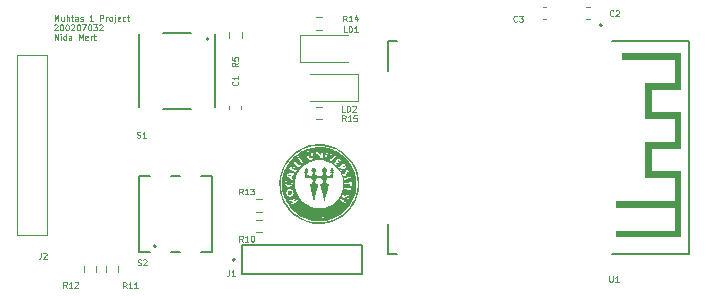
<source format=gbr>
%TF.GenerationSoftware,KiCad,Pcbnew,8.0.7*%
%TF.CreationDate,2024-12-14T18:53:43+03:00*%
%TF.ProjectId,pmod_esp32_4_layer.kicad_sch,706d6f64-5f65-4737-9033-325f345f6c61,rev?*%
%TF.SameCoordinates,Original*%
%TF.FileFunction,Legend,Top*%
%TF.FilePolarity,Positive*%
%FSLAX46Y46*%
G04 Gerber Fmt 4.6, Leading zero omitted, Abs format (unit mm)*
G04 Created by KiCad (PCBNEW 8.0.7) date 2024-12-14 18:53:43*
%MOMM*%
%LPD*%
G01*
G04 APERTURE LIST*
%ADD10C,0.100000*%
%ADD11C,0.120000*%
%ADD12C,0.127000*%
%ADD13C,0.200000*%
%ADD14C,0.010000*%
%ADD15C,0.000000*%
G04 APERTURE END LIST*
D10*
X128734836Y-94123665D02*
X128734836Y-93623665D01*
X128734836Y-93623665D02*
X128901503Y-93980808D01*
X128901503Y-93980808D02*
X129068169Y-93623665D01*
X129068169Y-93623665D02*
X129068169Y-94123665D01*
X129520551Y-93790332D02*
X129520551Y-94123665D01*
X129306265Y-93790332D02*
X129306265Y-94052236D01*
X129306265Y-94052236D02*
X129330075Y-94099856D01*
X129330075Y-94099856D02*
X129377694Y-94123665D01*
X129377694Y-94123665D02*
X129449122Y-94123665D01*
X129449122Y-94123665D02*
X129496741Y-94099856D01*
X129496741Y-94099856D02*
X129520551Y-94076046D01*
X129758646Y-94123665D02*
X129758646Y-93623665D01*
X129972932Y-94123665D02*
X129972932Y-93861760D01*
X129972932Y-93861760D02*
X129949122Y-93814141D01*
X129949122Y-93814141D02*
X129901503Y-93790332D01*
X129901503Y-93790332D02*
X129830075Y-93790332D01*
X129830075Y-93790332D02*
X129782456Y-93814141D01*
X129782456Y-93814141D02*
X129758646Y-93837951D01*
X130139599Y-93790332D02*
X130330075Y-93790332D01*
X130211027Y-93623665D02*
X130211027Y-94052236D01*
X130211027Y-94052236D02*
X130234837Y-94099856D01*
X130234837Y-94099856D02*
X130282456Y-94123665D01*
X130282456Y-94123665D02*
X130330075Y-94123665D01*
X130711027Y-94123665D02*
X130711027Y-93861760D01*
X130711027Y-93861760D02*
X130687217Y-93814141D01*
X130687217Y-93814141D02*
X130639598Y-93790332D01*
X130639598Y-93790332D02*
X130544360Y-93790332D01*
X130544360Y-93790332D02*
X130496741Y-93814141D01*
X130711027Y-94099856D02*
X130663408Y-94123665D01*
X130663408Y-94123665D02*
X130544360Y-94123665D01*
X130544360Y-94123665D02*
X130496741Y-94099856D01*
X130496741Y-94099856D02*
X130472932Y-94052236D01*
X130472932Y-94052236D02*
X130472932Y-94004617D01*
X130472932Y-94004617D02*
X130496741Y-93956998D01*
X130496741Y-93956998D02*
X130544360Y-93933189D01*
X130544360Y-93933189D02*
X130663408Y-93933189D01*
X130663408Y-93933189D02*
X130711027Y-93909379D01*
X130925313Y-94099856D02*
X130972932Y-94123665D01*
X130972932Y-94123665D02*
X131068170Y-94123665D01*
X131068170Y-94123665D02*
X131115789Y-94099856D01*
X131115789Y-94099856D02*
X131139598Y-94052236D01*
X131139598Y-94052236D02*
X131139598Y-94028427D01*
X131139598Y-94028427D02*
X131115789Y-93980808D01*
X131115789Y-93980808D02*
X131068170Y-93956998D01*
X131068170Y-93956998D02*
X130996741Y-93956998D01*
X130996741Y-93956998D02*
X130949122Y-93933189D01*
X130949122Y-93933189D02*
X130925313Y-93885570D01*
X130925313Y-93885570D02*
X130925313Y-93861760D01*
X130925313Y-93861760D02*
X130949122Y-93814141D01*
X130949122Y-93814141D02*
X130996741Y-93790332D01*
X130996741Y-93790332D02*
X131068170Y-93790332D01*
X131068170Y-93790332D02*
X131115789Y-93814141D01*
X131996741Y-94123665D02*
X131711027Y-94123665D01*
X131853884Y-94123665D02*
X131853884Y-93623665D01*
X131853884Y-93623665D02*
X131806265Y-93695094D01*
X131806265Y-93695094D02*
X131758646Y-93742713D01*
X131758646Y-93742713D02*
X131711027Y-93766522D01*
X132591978Y-94123665D02*
X132591978Y-93623665D01*
X132591978Y-93623665D02*
X132782454Y-93623665D01*
X132782454Y-93623665D02*
X132830073Y-93647475D01*
X132830073Y-93647475D02*
X132853883Y-93671284D01*
X132853883Y-93671284D02*
X132877692Y-93718903D01*
X132877692Y-93718903D02*
X132877692Y-93790332D01*
X132877692Y-93790332D02*
X132853883Y-93837951D01*
X132853883Y-93837951D02*
X132830073Y-93861760D01*
X132830073Y-93861760D02*
X132782454Y-93885570D01*
X132782454Y-93885570D02*
X132591978Y-93885570D01*
X133091978Y-94123665D02*
X133091978Y-93790332D01*
X133091978Y-93885570D02*
X133115788Y-93837951D01*
X133115788Y-93837951D02*
X133139597Y-93814141D01*
X133139597Y-93814141D02*
X133187216Y-93790332D01*
X133187216Y-93790332D02*
X133234835Y-93790332D01*
X133472931Y-94123665D02*
X133425312Y-94099856D01*
X133425312Y-94099856D02*
X133401502Y-94076046D01*
X133401502Y-94076046D02*
X133377693Y-94028427D01*
X133377693Y-94028427D02*
X133377693Y-93885570D01*
X133377693Y-93885570D02*
X133401502Y-93837951D01*
X133401502Y-93837951D02*
X133425312Y-93814141D01*
X133425312Y-93814141D02*
X133472931Y-93790332D01*
X133472931Y-93790332D02*
X133544359Y-93790332D01*
X133544359Y-93790332D02*
X133591978Y-93814141D01*
X133591978Y-93814141D02*
X133615788Y-93837951D01*
X133615788Y-93837951D02*
X133639597Y-93885570D01*
X133639597Y-93885570D02*
X133639597Y-94028427D01*
X133639597Y-94028427D02*
X133615788Y-94076046D01*
X133615788Y-94076046D02*
X133591978Y-94099856D01*
X133591978Y-94099856D02*
X133544359Y-94123665D01*
X133544359Y-94123665D02*
X133472931Y-94123665D01*
X133853883Y-93790332D02*
X133853883Y-94218903D01*
X133853883Y-94218903D02*
X133830074Y-94266522D01*
X133830074Y-94266522D02*
X133782455Y-94290332D01*
X133782455Y-94290332D02*
X133758645Y-94290332D01*
X133853883Y-93623665D02*
X133830074Y-93647475D01*
X133830074Y-93647475D02*
X133853883Y-93671284D01*
X133853883Y-93671284D02*
X133877693Y-93647475D01*
X133877693Y-93647475D02*
X133853883Y-93623665D01*
X133853883Y-93623665D02*
X133853883Y-93671284D01*
X134282454Y-94099856D02*
X134234835Y-94123665D01*
X134234835Y-94123665D02*
X134139597Y-94123665D01*
X134139597Y-94123665D02*
X134091978Y-94099856D01*
X134091978Y-94099856D02*
X134068169Y-94052236D01*
X134068169Y-94052236D02*
X134068169Y-93861760D01*
X134068169Y-93861760D02*
X134091978Y-93814141D01*
X134091978Y-93814141D02*
X134139597Y-93790332D01*
X134139597Y-93790332D02*
X134234835Y-93790332D01*
X134234835Y-93790332D02*
X134282454Y-93814141D01*
X134282454Y-93814141D02*
X134306264Y-93861760D01*
X134306264Y-93861760D02*
X134306264Y-93909379D01*
X134306264Y-93909379D02*
X134068169Y-93956998D01*
X134734835Y-94099856D02*
X134687216Y-94123665D01*
X134687216Y-94123665D02*
X134591978Y-94123665D01*
X134591978Y-94123665D02*
X134544359Y-94099856D01*
X134544359Y-94099856D02*
X134520549Y-94076046D01*
X134520549Y-94076046D02*
X134496740Y-94028427D01*
X134496740Y-94028427D02*
X134496740Y-93885570D01*
X134496740Y-93885570D02*
X134520549Y-93837951D01*
X134520549Y-93837951D02*
X134544359Y-93814141D01*
X134544359Y-93814141D02*
X134591978Y-93790332D01*
X134591978Y-93790332D02*
X134687216Y-93790332D01*
X134687216Y-93790332D02*
X134734835Y-93814141D01*
X134877692Y-93790332D02*
X135068168Y-93790332D01*
X134949120Y-93623665D02*
X134949120Y-94052236D01*
X134949120Y-94052236D02*
X134972930Y-94099856D01*
X134972930Y-94099856D02*
X135020549Y-94123665D01*
X135020549Y-94123665D02*
X135068168Y-94123665D01*
X128711027Y-94476256D02*
X128734836Y-94452447D01*
X128734836Y-94452447D02*
X128782455Y-94428637D01*
X128782455Y-94428637D02*
X128901503Y-94428637D01*
X128901503Y-94428637D02*
X128949122Y-94452447D01*
X128949122Y-94452447D02*
X128972931Y-94476256D01*
X128972931Y-94476256D02*
X128996741Y-94523875D01*
X128996741Y-94523875D02*
X128996741Y-94571494D01*
X128996741Y-94571494D02*
X128972931Y-94642923D01*
X128972931Y-94642923D02*
X128687217Y-94928637D01*
X128687217Y-94928637D02*
X128996741Y-94928637D01*
X129306264Y-94428637D02*
X129353883Y-94428637D01*
X129353883Y-94428637D02*
X129401502Y-94452447D01*
X129401502Y-94452447D02*
X129425312Y-94476256D01*
X129425312Y-94476256D02*
X129449121Y-94523875D01*
X129449121Y-94523875D02*
X129472931Y-94619113D01*
X129472931Y-94619113D02*
X129472931Y-94738161D01*
X129472931Y-94738161D02*
X129449121Y-94833399D01*
X129449121Y-94833399D02*
X129425312Y-94881018D01*
X129425312Y-94881018D02*
X129401502Y-94904828D01*
X129401502Y-94904828D02*
X129353883Y-94928637D01*
X129353883Y-94928637D02*
X129306264Y-94928637D01*
X129306264Y-94928637D02*
X129258645Y-94904828D01*
X129258645Y-94904828D02*
X129234836Y-94881018D01*
X129234836Y-94881018D02*
X129211026Y-94833399D01*
X129211026Y-94833399D02*
X129187217Y-94738161D01*
X129187217Y-94738161D02*
X129187217Y-94619113D01*
X129187217Y-94619113D02*
X129211026Y-94523875D01*
X129211026Y-94523875D02*
X129234836Y-94476256D01*
X129234836Y-94476256D02*
X129258645Y-94452447D01*
X129258645Y-94452447D02*
X129306264Y-94428637D01*
X129782454Y-94428637D02*
X129830073Y-94428637D01*
X129830073Y-94428637D02*
X129877692Y-94452447D01*
X129877692Y-94452447D02*
X129901502Y-94476256D01*
X129901502Y-94476256D02*
X129925311Y-94523875D01*
X129925311Y-94523875D02*
X129949121Y-94619113D01*
X129949121Y-94619113D02*
X129949121Y-94738161D01*
X129949121Y-94738161D02*
X129925311Y-94833399D01*
X129925311Y-94833399D02*
X129901502Y-94881018D01*
X129901502Y-94881018D02*
X129877692Y-94904828D01*
X129877692Y-94904828D02*
X129830073Y-94928637D01*
X129830073Y-94928637D02*
X129782454Y-94928637D01*
X129782454Y-94928637D02*
X129734835Y-94904828D01*
X129734835Y-94904828D02*
X129711026Y-94881018D01*
X129711026Y-94881018D02*
X129687216Y-94833399D01*
X129687216Y-94833399D02*
X129663407Y-94738161D01*
X129663407Y-94738161D02*
X129663407Y-94619113D01*
X129663407Y-94619113D02*
X129687216Y-94523875D01*
X129687216Y-94523875D02*
X129711026Y-94476256D01*
X129711026Y-94476256D02*
X129734835Y-94452447D01*
X129734835Y-94452447D02*
X129782454Y-94428637D01*
X130139597Y-94476256D02*
X130163406Y-94452447D01*
X130163406Y-94452447D02*
X130211025Y-94428637D01*
X130211025Y-94428637D02*
X130330073Y-94428637D01*
X130330073Y-94428637D02*
X130377692Y-94452447D01*
X130377692Y-94452447D02*
X130401501Y-94476256D01*
X130401501Y-94476256D02*
X130425311Y-94523875D01*
X130425311Y-94523875D02*
X130425311Y-94571494D01*
X130425311Y-94571494D02*
X130401501Y-94642923D01*
X130401501Y-94642923D02*
X130115787Y-94928637D01*
X130115787Y-94928637D02*
X130425311Y-94928637D01*
X130734834Y-94428637D02*
X130782453Y-94428637D01*
X130782453Y-94428637D02*
X130830072Y-94452447D01*
X130830072Y-94452447D02*
X130853882Y-94476256D01*
X130853882Y-94476256D02*
X130877691Y-94523875D01*
X130877691Y-94523875D02*
X130901501Y-94619113D01*
X130901501Y-94619113D02*
X130901501Y-94738161D01*
X130901501Y-94738161D02*
X130877691Y-94833399D01*
X130877691Y-94833399D02*
X130853882Y-94881018D01*
X130853882Y-94881018D02*
X130830072Y-94904828D01*
X130830072Y-94904828D02*
X130782453Y-94928637D01*
X130782453Y-94928637D02*
X130734834Y-94928637D01*
X130734834Y-94928637D02*
X130687215Y-94904828D01*
X130687215Y-94904828D02*
X130663406Y-94881018D01*
X130663406Y-94881018D02*
X130639596Y-94833399D01*
X130639596Y-94833399D02*
X130615787Y-94738161D01*
X130615787Y-94738161D02*
X130615787Y-94619113D01*
X130615787Y-94619113D02*
X130639596Y-94523875D01*
X130639596Y-94523875D02*
X130663406Y-94476256D01*
X130663406Y-94476256D02*
X130687215Y-94452447D01*
X130687215Y-94452447D02*
X130734834Y-94428637D01*
X131068167Y-94428637D02*
X131401500Y-94428637D01*
X131401500Y-94428637D02*
X131187215Y-94928637D01*
X131687214Y-94428637D02*
X131734833Y-94428637D01*
X131734833Y-94428637D02*
X131782452Y-94452447D01*
X131782452Y-94452447D02*
X131806262Y-94476256D01*
X131806262Y-94476256D02*
X131830071Y-94523875D01*
X131830071Y-94523875D02*
X131853881Y-94619113D01*
X131853881Y-94619113D02*
X131853881Y-94738161D01*
X131853881Y-94738161D02*
X131830071Y-94833399D01*
X131830071Y-94833399D02*
X131806262Y-94881018D01*
X131806262Y-94881018D02*
X131782452Y-94904828D01*
X131782452Y-94904828D02*
X131734833Y-94928637D01*
X131734833Y-94928637D02*
X131687214Y-94928637D01*
X131687214Y-94928637D02*
X131639595Y-94904828D01*
X131639595Y-94904828D02*
X131615786Y-94881018D01*
X131615786Y-94881018D02*
X131591976Y-94833399D01*
X131591976Y-94833399D02*
X131568167Y-94738161D01*
X131568167Y-94738161D02*
X131568167Y-94619113D01*
X131568167Y-94619113D02*
X131591976Y-94523875D01*
X131591976Y-94523875D02*
X131615786Y-94476256D01*
X131615786Y-94476256D02*
X131639595Y-94452447D01*
X131639595Y-94452447D02*
X131687214Y-94428637D01*
X132020547Y-94428637D02*
X132330071Y-94428637D01*
X132330071Y-94428637D02*
X132163404Y-94619113D01*
X132163404Y-94619113D02*
X132234833Y-94619113D01*
X132234833Y-94619113D02*
X132282452Y-94642923D01*
X132282452Y-94642923D02*
X132306261Y-94666732D01*
X132306261Y-94666732D02*
X132330071Y-94714351D01*
X132330071Y-94714351D02*
X132330071Y-94833399D01*
X132330071Y-94833399D02*
X132306261Y-94881018D01*
X132306261Y-94881018D02*
X132282452Y-94904828D01*
X132282452Y-94904828D02*
X132234833Y-94928637D01*
X132234833Y-94928637D02*
X132091976Y-94928637D01*
X132091976Y-94928637D02*
X132044357Y-94904828D01*
X132044357Y-94904828D02*
X132020547Y-94881018D01*
X132520547Y-94476256D02*
X132544356Y-94452447D01*
X132544356Y-94452447D02*
X132591975Y-94428637D01*
X132591975Y-94428637D02*
X132711023Y-94428637D01*
X132711023Y-94428637D02*
X132758642Y-94452447D01*
X132758642Y-94452447D02*
X132782451Y-94476256D01*
X132782451Y-94476256D02*
X132806261Y-94523875D01*
X132806261Y-94523875D02*
X132806261Y-94571494D01*
X132806261Y-94571494D02*
X132782451Y-94642923D01*
X132782451Y-94642923D02*
X132496737Y-94928637D01*
X132496737Y-94928637D02*
X132806261Y-94928637D01*
X128734836Y-95733609D02*
X128734836Y-95233609D01*
X128734836Y-95233609D02*
X129020550Y-95733609D01*
X129020550Y-95733609D02*
X129020550Y-95233609D01*
X129258646Y-95733609D02*
X129258646Y-95400276D01*
X129258646Y-95233609D02*
X129234837Y-95257419D01*
X129234837Y-95257419D02*
X129258646Y-95281228D01*
X129258646Y-95281228D02*
X129282456Y-95257419D01*
X129282456Y-95257419D02*
X129258646Y-95233609D01*
X129258646Y-95233609D02*
X129258646Y-95281228D01*
X129711027Y-95733609D02*
X129711027Y-95233609D01*
X129711027Y-95709800D02*
X129663408Y-95733609D01*
X129663408Y-95733609D02*
X129568170Y-95733609D01*
X129568170Y-95733609D02*
X129520551Y-95709800D01*
X129520551Y-95709800D02*
X129496741Y-95685990D01*
X129496741Y-95685990D02*
X129472932Y-95638371D01*
X129472932Y-95638371D02*
X129472932Y-95495514D01*
X129472932Y-95495514D02*
X129496741Y-95447895D01*
X129496741Y-95447895D02*
X129520551Y-95424085D01*
X129520551Y-95424085D02*
X129568170Y-95400276D01*
X129568170Y-95400276D02*
X129663408Y-95400276D01*
X129663408Y-95400276D02*
X129711027Y-95424085D01*
X130163408Y-95733609D02*
X130163408Y-95471704D01*
X130163408Y-95471704D02*
X130139598Y-95424085D01*
X130139598Y-95424085D02*
X130091979Y-95400276D01*
X130091979Y-95400276D02*
X129996741Y-95400276D01*
X129996741Y-95400276D02*
X129949122Y-95424085D01*
X130163408Y-95709800D02*
X130115789Y-95733609D01*
X130115789Y-95733609D02*
X129996741Y-95733609D01*
X129996741Y-95733609D02*
X129949122Y-95709800D01*
X129949122Y-95709800D02*
X129925313Y-95662180D01*
X129925313Y-95662180D02*
X129925313Y-95614561D01*
X129925313Y-95614561D02*
X129949122Y-95566942D01*
X129949122Y-95566942D02*
X129996741Y-95543133D01*
X129996741Y-95543133D02*
X130115789Y-95543133D01*
X130115789Y-95543133D02*
X130163408Y-95519323D01*
X130782455Y-95733609D02*
X130782455Y-95233609D01*
X130782455Y-95233609D02*
X130949122Y-95590752D01*
X130949122Y-95590752D02*
X131115788Y-95233609D01*
X131115788Y-95233609D02*
X131115788Y-95733609D01*
X131544360Y-95709800D02*
X131496741Y-95733609D01*
X131496741Y-95733609D02*
X131401503Y-95733609D01*
X131401503Y-95733609D02*
X131353884Y-95709800D01*
X131353884Y-95709800D02*
X131330075Y-95662180D01*
X131330075Y-95662180D02*
X131330075Y-95471704D01*
X131330075Y-95471704D02*
X131353884Y-95424085D01*
X131353884Y-95424085D02*
X131401503Y-95400276D01*
X131401503Y-95400276D02*
X131496741Y-95400276D01*
X131496741Y-95400276D02*
X131544360Y-95424085D01*
X131544360Y-95424085D02*
X131568170Y-95471704D01*
X131568170Y-95471704D02*
X131568170Y-95519323D01*
X131568170Y-95519323D02*
X131330075Y-95566942D01*
X131782455Y-95733609D02*
X131782455Y-95400276D01*
X131782455Y-95495514D02*
X131806265Y-95447895D01*
X131806265Y-95447895D02*
X131830074Y-95424085D01*
X131830074Y-95424085D02*
X131877693Y-95400276D01*
X131877693Y-95400276D02*
X131925312Y-95400276D01*
X132020551Y-95400276D02*
X132211027Y-95400276D01*
X132091979Y-95233609D02*
X132091979Y-95662180D01*
X132091979Y-95662180D02*
X132115789Y-95709800D01*
X132115789Y-95709800D02*
X132163408Y-95733609D01*
X132163408Y-95733609D02*
X132211027Y-95733609D01*
X144678571Y-112826109D02*
X144511905Y-112588014D01*
X144392857Y-112826109D02*
X144392857Y-112326109D01*
X144392857Y-112326109D02*
X144583333Y-112326109D01*
X144583333Y-112326109D02*
X144630952Y-112349919D01*
X144630952Y-112349919D02*
X144654762Y-112373728D01*
X144654762Y-112373728D02*
X144678571Y-112421347D01*
X144678571Y-112421347D02*
X144678571Y-112492776D01*
X144678571Y-112492776D02*
X144654762Y-112540395D01*
X144654762Y-112540395D02*
X144630952Y-112564204D01*
X144630952Y-112564204D02*
X144583333Y-112588014D01*
X144583333Y-112588014D02*
X144392857Y-112588014D01*
X145154762Y-112826109D02*
X144869048Y-112826109D01*
X145011905Y-112826109D02*
X145011905Y-112326109D01*
X145011905Y-112326109D02*
X144964286Y-112397538D01*
X144964286Y-112397538D02*
X144916667Y-112445157D01*
X144916667Y-112445157D02*
X144869048Y-112468966D01*
X145464285Y-112326109D02*
X145511904Y-112326109D01*
X145511904Y-112326109D02*
X145559523Y-112349919D01*
X145559523Y-112349919D02*
X145583333Y-112373728D01*
X145583333Y-112373728D02*
X145607142Y-112421347D01*
X145607142Y-112421347D02*
X145630952Y-112516585D01*
X145630952Y-112516585D02*
X145630952Y-112635633D01*
X145630952Y-112635633D02*
X145607142Y-112730871D01*
X145607142Y-112730871D02*
X145583333Y-112778490D01*
X145583333Y-112778490D02*
X145559523Y-112802300D01*
X145559523Y-112802300D02*
X145511904Y-112826109D01*
X145511904Y-112826109D02*
X145464285Y-112826109D01*
X145464285Y-112826109D02*
X145416666Y-112802300D01*
X145416666Y-112802300D02*
X145392857Y-112778490D01*
X145392857Y-112778490D02*
X145369047Y-112730871D01*
X145369047Y-112730871D02*
X145345238Y-112635633D01*
X145345238Y-112635633D02*
X145345238Y-112516585D01*
X145345238Y-112516585D02*
X145369047Y-112421347D01*
X145369047Y-112421347D02*
X145392857Y-112373728D01*
X145392857Y-112373728D02*
X145416666Y-112349919D01*
X145416666Y-112349919D02*
X145464285Y-112326109D01*
X144678571Y-108826109D02*
X144511905Y-108588014D01*
X144392857Y-108826109D02*
X144392857Y-108326109D01*
X144392857Y-108326109D02*
X144583333Y-108326109D01*
X144583333Y-108326109D02*
X144630952Y-108349919D01*
X144630952Y-108349919D02*
X144654762Y-108373728D01*
X144654762Y-108373728D02*
X144678571Y-108421347D01*
X144678571Y-108421347D02*
X144678571Y-108492776D01*
X144678571Y-108492776D02*
X144654762Y-108540395D01*
X144654762Y-108540395D02*
X144630952Y-108564204D01*
X144630952Y-108564204D02*
X144583333Y-108588014D01*
X144583333Y-108588014D02*
X144392857Y-108588014D01*
X145154762Y-108826109D02*
X144869048Y-108826109D01*
X145011905Y-108826109D02*
X145011905Y-108326109D01*
X145011905Y-108326109D02*
X144964286Y-108397538D01*
X144964286Y-108397538D02*
X144916667Y-108445157D01*
X144916667Y-108445157D02*
X144869048Y-108468966D01*
X145321428Y-108326109D02*
X145630952Y-108326109D01*
X145630952Y-108326109D02*
X145464285Y-108516585D01*
X145464285Y-108516585D02*
X145535714Y-108516585D01*
X145535714Y-108516585D02*
X145583333Y-108540395D01*
X145583333Y-108540395D02*
X145607142Y-108564204D01*
X145607142Y-108564204D02*
X145630952Y-108611823D01*
X145630952Y-108611823D02*
X145630952Y-108730871D01*
X145630952Y-108730871D02*
X145607142Y-108778490D01*
X145607142Y-108778490D02*
X145583333Y-108802300D01*
X145583333Y-108802300D02*
X145535714Y-108826109D01*
X145535714Y-108826109D02*
X145392857Y-108826109D01*
X145392857Y-108826109D02*
X145345238Y-108802300D01*
X145345238Y-108802300D02*
X145321428Y-108778490D01*
X134828571Y-116776109D02*
X134661905Y-116538014D01*
X134542857Y-116776109D02*
X134542857Y-116276109D01*
X134542857Y-116276109D02*
X134733333Y-116276109D01*
X134733333Y-116276109D02*
X134780952Y-116299919D01*
X134780952Y-116299919D02*
X134804762Y-116323728D01*
X134804762Y-116323728D02*
X134828571Y-116371347D01*
X134828571Y-116371347D02*
X134828571Y-116442776D01*
X134828571Y-116442776D02*
X134804762Y-116490395D01*
X134804762Y-116490395D02*
X134780952Y-116514204D01*
X134780952Y-116514204D02*
X134733333Y-116538014D01*
X134733333Y-116538014D02*
X134542857Y-116538014D01*
X135304762Y-116776109D02*
X135019048Y-116776109D01*
X135161905Y-116776109D02*
X135161905Y-116276109D01*
X135161905Y-116276109D02*
X135114286Y-116347538D01*
X135114286Y-116347538D02*
X135066667Y-116395157D01*
X135066667Y-116395157D02*
X135019048Y-116418966D01*
X135780952Y-116776109D02*
X135495238Y-116776109D01*
X135638095Y-116776109D02*
X135638095Y-116276109D01*
X135638095Y-116276109D02*
X135590476Y-116347538D01*
X135590476Y-116347538D02*
X135542857Y-116395157D01*
X135542857Y-116395157D02*
X135495238Y-116418966D01*
X167891666Y-94153490D02*
X167867857Y-94177300D01*
X167867857Y-94177300D02*
X167796428Y-94201109D01*
X167796428Y-94201109D02*
X167748809Y-94201109D01*
X167748809Y-94201109D02*
X167677381Y-94177300D01*
X167677381Y-94177300D02*
X167629762Y-94129680D01*
X167629762Y-94129680D02*
X167605952Y-94082061D01*
X167605952Y-94082061D02*
X167582143Y-93986823D01*
X167582143Y-93986823D02*
X167582143Y-93915395D01*
X167582143Y-93915395D02*
X167605952Y-93820157D01*
X167605952Y-93820157D02*
X167629762Y-93772538D01*
X167629762Y-93772538D02*
X167677381Y-93724919D01*
X167677381Y-93724919D02*
X167748809Y-93701109D01*
X167748809Y-93701109D02*
X167796428Y-93701109D01*
X167796428Y-93701109D02*
X167867857Y-93724919D01*
X167867857Y-93724919D02*
X167891666Y-93748728D01*
X168058333Y-93701109D02*
X168367857Y-93701109D01*
X168367857Y-93701109D02*
X168201190Y-93891585D01*
X168201190Y-93891585D02*
X168272619Y-93891585D01*
X168272619Y-93891585D02*
X168320238Y-93915395D01*
X168320238Y-93915395D02*
X168344047Y-93939204D01*
X168344047Y-93939204D02*
X168367857Y-93986823D01*
X168367857Y-93986823D02*
X168367857Y-94105871D01*
X168367857Y-94105871D02*
X168344047Y-94153490D01*
X168344047Y-94153490D02*
X168320238Y-94177300D01*
X168320238Y-94177300D02*
X168272619Y-94201109D01*
X168272619Y-94201109D02*
X168129762Y-94201109D01*
X168129762Y-94201109D02*
X168082143Y-94177300D01*
X168082143Y-94177300D02*
X168058333Y-94153490D01*
X175706547Y-115726109D02*
X175706547Y-116130871D01*
X175706547Y-116130871D02*
X175730357Y-116178490D01*
X175730357Y-116178490D02*
X175754166Y-116202300D01*
X175754166Y-116202300D02*
X175801785Y-116226109D01*
X175801785Y-116226109D02*
X175897023Y-116226109D01*
X175897023Y-116226109D02*
X175944642Y-116202300D01*
X175944642Y-116202300D02*
X175968452Y-116178490D01*
X175968452Y-116178490D02*
X175992261Y-116130871D01*
X175992261Y-116130871D02*
X175992261Y-115726109D01*
X176492262Y-116226109D02*
X176206548Y-116226109D01*
X176349405Y-116226109D02*
X176349405Y-115726109D01*
X176349405Y-115726109D02*
X176301786Y-115797538D01*
X176301786Y-115797538D02*
X176254167Y-115845157D01*
X176254167Y-115845157D02*
X176206548Y-115868966D01*
X129778571Y-116726109D02*
X129611905Y-116488014D01*
X129492857Y-116726109D02*
X129492857Y-116226109D01*
X129492857Y-116226109D02*
X129683333Y-116226109D01*
X129683333Y-116226109D02*
X129730952Y-116249919D01*
X129730952Y-116249919D02*
X129754762Y-116273728D01*
X129754762Y-116273728D02*
X129778571Y-116321347D01*
X129778571Y-116321347D02*
X129778571Y-116392776D01*
X129778571Y-116392776D02*
X129754762Y-116440395D01*
X129754762Y-116440395D02*
X129730952Y-116464204D01*
X129730952Y-116464204D02*
X129683333Y-116488014D01*
X129683333Y-116488014D02*
X129492857Y-116488014D01*
X130254762Y-116726109D02*
X129969048Y-116726109D01*
X130111905Y-116726109D02*
X130111905Y-116226109D01*
X130111905Y-116226109D02*
X130064286Y-116297538D01*
X130064286Y-116297538D02*
X130016667Y-116345157D01*
X130016667Y-116345157D02*
X129969048Y-116368966D01*
X130445238Y-116273728D02*
X130469047Y-116249919D01*
X130469047Y-116249919D02*
X130516666Y-116226109D01*
X130516666Y-116226109D02*
X130635714Y-116226109D01*
X130635714Y-116226109D02*
X130683333Y-116249919D01*
X130683333Y-116249919D02*
X130707142Y-116273728D01*
X130707142Y-116273728D02*
X130730952Y-116321347D01*
X130730952Y-116321347D02*
X130730952Y-116368966D01*
X130730952Y-116368966D02*
X130707142Y-116440395D01*
X130707142Y-116440395D02*
X130421428Y-116726109D01*
X130421428Y-116726109D02*
X130730952Y-116726109D01*
X144228490Y-99283333D02*
X144252300Y-99307142D01*
X144252300Y-99307142D02*
X144276109Y-99378571D01*
X144276109Y-99378571D02*
X144276109Y-99426190D01*
X144276109Y-99426190D02*
X144252300Y-99497618D01*
X144252300Y-99497618D02*
X144204680Y-99545237D01*
X144204680Y-99545237D02*
X144157061Y-99569047D01*
X144157061Y-99569047D02*
X144061823Y-99592856D01*
X144061823Y-99592856D02*
X143990395Y-99592856D01*
X143990395Y-99592856D02*
X143895157Y-99569047D01*
X143895157Y-99569047D02*
X143847538Y-99545237D01*
X143847538Y-99545237D02*
X143799919Y-99497618D01*
X143799919Y-99497618D02*
X143776109Y-99426190D01*
X143776109Y-99426190D02*
X143776109Y-99378571D01*
X143776109Y-99378571D02*
X143799919Y-99307142D01*
X143799919Y-99307142D02*
X143823728Y-99283333D01*
X144276109Y-98807142D02*
X144276109Y-99092856D01*
X144276109Y-98949999D02*
X143776109Y-98949999D01*
X143776109Y-98949999D02*
X143847538Y-98997618D01*
X143847538Y-98997618D02*
X143895157Y-99045237D01*
X143895157Y-99045237D02*
X143918966Y-99092856D01*
X127570833Y-113776109D02*
X127570833Y-114133252D01*
X127570833Y-114133252D02*
X127547024Y-114204680D01*
X127547024Y-114204680D02*
X127499405Y-114252300D01*
X127499405Y-114252300D02*
X127427976Y-114276109D01*
X127427976Y-114276109D02*
X127380357Y-114276109D01*
X127785119Y-113823728D02*
X127808928Y-113799919D01*
X127808928Y-113799919D02*
X127856547Y-113776109D01*
X127856547Y-113776109D02*
X127975595Y-113776109D01*
X127975595Y-113776109D02*
X128023214Y-113799919D01*
X128023214Y-113799919D02*
X128047023Y-113823728D01*
X128047023Y-113823728D02*
X128070833Y-113871347D01*
X128070833Y-113871347D02*
X128070833Y-113918966D01*
X128070833Y-113918966D02*
X128047023Y-113990395D01*
X128047023Y-113990395D02*
X127761309Y-114276109D01*
X127761309Y-114276109D02*
X128070833Y-114276109D01*
X144276109Y-97683333D02*
X144038014Y-97849999D01*
X144276109Y-97969047D02*
X143776109Y-97969047D01*
X143776109Y-97969047D02*
X143776109Y-97778571D01*
X143776109Y-97778571D02*
X143799919Y-97730952D01*
X143799919Y-97730952D02*
X143823728Y-97707142D01*
X143823728Y-97707142D02*
X143871347Y-97683333D01*
X143871347Y-97683333D02*
X143942776Y-97683333D01*
X143942776Y-97683333D02*
X143990395Y-97707142D01*
X143990395Y-97707142D02*
X144014204Y-97730952D01*
X144014204Y-97730952D02*
X144038014Y-97778571D01*
X144038014Y-97778571D02*
X144038014Y-97969047D01*
X143776109Y-97230952D02*
X143776109Y-97469047D01*
X143776109Y-97469047D02*
X144014204Y-97492856D01*
X144014204Y-97492856D02*
X143990395Y-97469047D01*
X143990395Y-97469047D02*
X143966585Y-97421428D01*
X143966585Y-97421428D02*
X143966585Y-97302380D01*
X143966585Y-97302380D02*
X143990395Y-97254761D01*
X143990395Y-97254761D02*
X144014204Y-97230952D01*
X144014204Y-97230952D02*
X144061823Y-97207142D01*
X144061823Y-97207142D02*
X144180871Y-97207142D01*
X144180871Y-97207142D02*
X144228490Y-97230952D01*
X144228490Y-97230952D02*
X144252300Y-97254761D01*
X144252300Y-97254761D02*
X144276109Y-97302380D01*
X144276109Y-97302380D02*
X144276109Y-97421428D01*
X144276109Y-97421428D02*
X144252300Y-97469047D01*
X144252300Y-97469047D02*
X144228490Y-97492856D01*
X153316666Y-101826109D02*
X153078571Y-101826109D01*
X153078571Y-101826109D02*
X153078571Y-101326109D01*
X153483333Y-101826109D02*
X153483333Y-101326109D01*
X153483333Y-101326109D02*
X153602381Y-101326109D01*
X153602381Y-101326109D02*
X153673809Y-101349919D01*
X153673809Y-101349919D02*
X153721428Y-101397538D01*
X153721428Y-101397538D02*
X153745238Y-101445157D01*
X153745238Y-101445157D02*
X153769047Y-101540395D01*
X153769047Y-101540395D02*
X153769047Y-101611823D01*
X153769047Y-101611823D02*
X153745238Y-101707061D01*
X153745238Y-101707061D02*
X153721428Y-101754680D01*
X153721428Y-101754680D02*
X153673809Y-101802300D01*
X153673809Y-101802300D02*
X153602381Y-101826109D01*
X153602381Y-101826109D02*
X153483333Y-101826109D01*
X153959524Y-101373728D02*
X153983333Y-101349919D01*
X153983333Y-101349919D02*
X154030952Y-101326109D01*
X154030952Y-101326109D02*
X154150000Y-101326109D01*
X154150000Y-101326109D02*
X154197619Y-101349919D01*
X154197619Y-101349919D02*
X154221428Y-101373728D01*
X154221428Y-101373728D02*
X154245238Y-101421347D01*
X154245238Y-101421347D02*
X154245238Y-101468966D01*
X154245238Y-101468966D02*
X154221428Y-101540395D01*
X154221428Y-101540395D02*
X153935714Y-101826109D01*
X153935714Y-101826109D02*
X154245238Y-101826109D01*
X153378571Y-102626109D02*
X153211905Y-102388014D01*
X153092857Y-102626109D02*
X153092857Y-102126109D01*
X153092857Y-102126109D02*
X153283333Y-102126109D01*
X153283333Y-102126109D02*
X153330952Y-102149919D01*
X153330952Y-102149919D02*
X153354762Y-102173728D01*
X153354762Y-102173728D02*
X153378571Y-102221347D01*
X153378571Y-102221347D02*
X153378571Y-102292776D01*
X153378571Y-102292776D02*
X153354762Y-102340395D01*
X153354762Y-102340395D02*
X153330952Y-102364204D01*
X153330952Y-102364204D02*
X153283333Y-102388014D01*
X153283333Y-102388014D02*
X153092857Y-102388014D01*
X153854762Y-102626109D02*
X153569048Y-102626109D01*
X153711905Y-102626109D02*
X153711905Y-102126109D01*
X153711905Y-102126109D02*
X153664286Y-102197538D01*
X153664286Y-102197538D02*
X153616667Y-102245157D01*
X153616667Y-102245157D02*
X153569048Y-102268966D01*
X154307142Y-102126109D02*
X154069047Y-102126109D01*
X154069047Y-102126109D02*
X154045238Y-102364204D01*
X154045238Y-102364204D02*
X154069047Y-102340395D01*
X154069047Y-102340395D02*
X154116666Y-102316585D01*
X154116666Y-102316585D02*
X154235714Y-102316585D01*
X154235714Y-102316585D02*
X154283333Y-102340395D01*
X154283333Y-102340395D02*
X154307142Y-102364204D01*
X154307142Y-102364204D02*
X154330952Y-102411823D01*
X154330952Y-102411823D02*
X154330952Y-102530871D01*
X154330952Y-102530871D02*
X154307142Y-102578490D01*
X154307142Y-102578490D02*
X154283333Y-102602300D01*
X154283333Y-102602300D02*
X154235714Y-102626109D01*
X154235714Y-102626109D02*
X154116666Y-102626109D01*
X154116666Y-102626109D02*
X154069047Y-102602300D01*
X154069047Y-102602300D02*
X154045238Y-102578490D01*
X153478571Y-94176109D02*
X153311905Y-93938014D01*
X153192857Y-94176109D02*
X153192857Y-93676109D01*
X153192857Y-93676109D02*
X153383333Y-93676109D01*
X153383333Y-93676109D02*
X153430952Y-93699919D01*
X153430952Y-93699919D02*
X153454762Y-93723728D01*
X153454762Y-93723728D02*
X153478571Y-93771347D01*
X153478571Y-93771347D02*
X153478571Y-93842776D01*
X153478571Y-93842776D02*
X153454762Y-93890395D01*
X153454762Y-93890395D02*
X153430952Y-93914204D01*
X153430952Y-93914204D02*
X153383333Y-93938014D01*
X153383333Y-93938014D02*
X153192857Y-93938014D01*
X153954762Y-94176109D02*
X153669048Y-94176109D01*
X153811905Y-94176109D02*
X153811905Y-93676109D01*
X153811905Y-93676109D02*
X153764286Y-93747538D01*
X153764286Y-93747538D02*
X153716667Y-93795157D01*
X153716667Y-93795157D02*
X153669048Y-93818966D01*
X154383333Y-93842776D02*
X154383333Y-94176109D01*
X154264285Y-93652300D02*
X154145238Y-94009442D01*
X154145238Y-94009442D02*
X154454761Y-94009442D01*
X135766548Y-114802300D02*
X135837976Y-114826109D01*
X135837976Y-114826109D02*
X135957024Y-114826109D01*
X135957024Y-114826109D02*
X136004643Y-114802300D01*
X136004643Y-114802300D02*
X136028452Y-114778490D01*
X136028452Y-114778490D02*
X136052262Y-114730871D01*
X136052262Y-114730871D02*
X136052262Y-114683252D01*
X136052262Y-114683252D02*
X136028452Y-114635633D01*
X136028452Y-114635633D02*
X136004643Y-114611823D01*
X136004643Y-114611823D02*
X135957024Y-114588014D01*
X135957024Y-114588014D02*
X135861786Y-114564204D01*
X135861786Y-114564204D02*
X135814167Y-114540395D01*
X135814167Y-114540395D02*
X135790357Y-114516585D01*
X135790357Y-114516585D02*
X135766548Y-114468966D01*
X135766548Y-114468966D02*
X135766548Y-114421347D01*
X135766548Y-114421347D02*
X135790357Y-114373728D01*
X135790357Y-114373728D02*
X135814167Y-114349919D01*
X135814167Y-114349919D02*
X135861786Y-114326109D01*
X135861786Y-114326109D02*
X135980833Y-114326109D01*
X135980833Y-114326109D02*
X136052262Y-114349919D01*
X136242738Y-114373728D02*
X136266547Y-114349919D01*
X136266547Y-114349919D02*
X136314166Y-114326109D01*
X136314166Y-114326109D02*
X136433214Y-114326109D01*
X136433214Y-114326109D02*
X136480833Y-114349919D01*
X136480833Y-114349919D02*
X136504642Y-114373728D01*
X136504642Y-114373728D02*
X136528452Y-114421347D01*
X136528452Y-114421347D02*
X136528452Y-114468966D01*
X136528452Y-114468966D02*
X136504642Y-114540395D01*
X136504642Y-114540395D02*
X136218928Y-114826109D01*
X136218928Y-114826109D02*
X136528452Y-114826109D01*
X135719048Y-104002300D02*
X135790476Y-104026109D01*
X135790476Y-104026109D02*
X135909524Y-104026109D01*
X135909524Y-104026109D02*
X135957143Y-104002300D01*
X135957143Y-104002300D02*
X135980952Y-103978490D01*
X135980952Y-103978490D02*
X136004762Y-103930871D01*
X136004762Y-103930871D02*
X136004762Y-103883252D01*
X136004762Y-103883252D02*
X135980952Y-103835633D01*
X135980952Y-103835633D02*
X135957143Y-103811823D01*
X135957143Y-103811823D02*
X135909524Y-103788014D01*
X135909524Y-103788014D02*
X135814286Y-103764204D01*
X135814286Y-103764204D02*
X135766667Y-103740395D01*
X135766667Y-103740395D02*
X135742857Y-103716585D01*
X135742857Y-103716585D02*
X135719048Y-103668966D01*
X135719048Y-103668966D02*
X135719048Y-103621347D01*
X135719048Y-103621347D02*
X135742857Y-103573728D01*
X135742857Y-103573728D02*
X135766667Y-103549919D01*
X135766667Y-103549919D02*
X135814286Y-103526109D01*
X135814286Y-103526109D02*
X135933333Y-103526109D01*
X135933333Y-103526109D02*
X136004762Y-103549919D01*
X136480952Y-104026109D02*
X136195238Y-104026109D01*
X136338095Y-104026109D02*
X136338095Y-103526109D01*
X136338095Y-103526109D02*
X136290476Y-103597538D01*
X136290476Y-103597538D02*
X136242857Y-103645157D01*
X136242857Y-103645157D02*
X136195238Y-103668966D01*
X176054166Y-93678490D02*
X176030357Y-93702300D01*
X176030357Y-93702300D02*
X175958928Y-93726109D01*
X175958928Y-93726109D02*
X175911309Y-93726109D01*
X175911309Y-93726109D02*
X175839881Y-93702300D01*
X175839881Y-93702300D02*
X175792262Y-93654680D01*
X175792262Y-93654680D02*
X175768452Y-93607061D01*
X175768452Y-93607061D02*
X175744643Y-93511823D01*
X175744643Y-93511823D02*
X175744643Y-93440395D01*
X175744643Y-93440395D02*
X175768452Y-93345157D01*
X175768452Y-93345157D02*
X175792262Y-93297538D01*
X175792262Y-93297538D02*
X175839881Y-93249919D01*
X175839881Y-93249919D02*
X175911309Y-93226109D01*
X175911309Y-93226109D02*
X175958928Y-93226109D01*
X175958928Y-93226109D02*
X176030357Y-93249919D01*
X176030357Y-93249919D02*
X176054166Y-93273728D01*
X176244643Y-93273728D02*
X176268452Y-93249919D01*
X176268452Y-93249919D02*
X176316071Y-93226109D01*
X176316071Y-93226109D02*
X176435119Y-93226109D01*
X176435119Y-93226109D02*
X176482738Y-93249919D01*
X176482738Y-93249919D02*
X176506547Y-93273728D01*
X176506547Y-93273728D02*
X176530357Y-93321347D01*
X176530357Y-93321347D02*
X176530357Y-93368966D01*
X176530357Y-93368966D02*
X176506547Y-93440395D01*
X176506547Y-93440395D02*
X176220833Y-93726109D01*
X176220833Y-93726109D02*
X176530357Y-93726109D01*
X153466666Y-95076109D02*
X153228571Y-95076109D01*
X153228571Y-95076109D02*
X153228571Y-94576109D01*
X153633333Y-95076109D02*
X153633333Y-94576109D01*
X153633333Y-94576109D02*
X153752381Y-94576109D01*
X153752381Y-94576109D02*
X153823809Y-94599919D01*
X153823809Y-94599919D02*
X153871428Y-94647538D01*
X153871428Y-94647538D02*
X153895238Y-94695157D01*
X153895238Y-94695157D02*
X153919047Y-94790395D01*
X153919047Y-94790395D02*
X153919047Y-94861823D01*
X153919047Y-94861823D02*
X153895238Y-94957061D01*
X153895238Y-94957061D02*
X153871428Y-95004680D01*
X153871428Y-95004680D02*
X153823809Y-95052300D01*
X153823809Y-95052300D02*
X153752381Y-95076109D01*
X153752381Y-95076109D02*
X153633333Y-95076109D01*
X154395238Y-95076109D02*
X154109524Y-95076109D01*
X154252381Y-95076109D02*
X154252381Y-94576109D01*
X154252381Y-94576109D02*
X154204762Y-94647538D01*
X154204762Y-94647538D02*
X154157143Y-94695157D01*
X154157143Y-94695157D02*
X154109524Y-94718966D01*
X143520833Y-115226109D02*
X143520833Y-115583252D01*
X143520833Y-115583252D02*
X143497024Y-115654680D01*
X143497024Y-115654680D02*
X143449405Y-115702300D01*
X143449405Y-115702300D02*
X143377976Y-115726109D01*
X143377976Y-115726109D02*
X143330357Y-115726109D01*
X144020833Y-115726109D02*
X143735119Y-115726109D01*
X143877976Y-115726109D02*
X143877976Y-115226109D01*
X143877976Y-115226109D02*
X143830357Y-115297538D01*
X143830357Y-115297538D02*
X143782738Y-115345157D01*
X143782738Y-115345157D02*
X143735119Y-115368966D01*
D11*
%TO.C,R10*%
X146292224Y-110977500D02*
X145782776Y-110977500D01*
X146292224Y-112022500D02*
X145782776Y-112022500D01*
%TO.C,R13*%
X146292224Y-109227500D02*
X145782776Y-109227500D01*
X146292224Y-110272500D02*
X145782776Y-110272500D01*
%TO.C,R11*%
X133052500Y-114920276D02*
X133052500Y-115429724D01*
X134097500Y-114920276D02*
X134097500Y-115429724D01*
%TO.C,C3*%
X170091233Y-92990000D02*
X170383767Y-92990000D01*
X170091233Y-94010000D02*
X170383767Y-94010000D01*
D12*
%TO.C,U1*%
X156965000Y-95870000D02*
X156965000Y-98370000D01*
X156965000Y-111370000D02*
X156965000Y-113870000D01*
X156965000Y-113870000D02*
X157715000Y-113870000D01*
X157715000Y-95870000D02*
X156965000Y-95870000D01*
X175965000Y-95870000D02*
X182465000Y-95870000D01*
X182465000Y-95870000D02*
X182465000Y-113870000D01*
X182465000Y-113870000D02*
X175965000Y-113870000D01*
D13*
X175090400Y-94505000D02*
G75*
G02*
X174890400Y-94505000I-100000J0D01*
G01*
X174890400Y-94505000D02*
G75*
G02*
X175090400Y-94505000I100000J0D01*
G01*
D14*
X176715000Y-109870000D02*
X176232070Y-109870000D01*
X176232070Y-109378090D01*
X176715000Y-109378090D01*
X176715000Y-109870000D01*
G36*
X176715000Y-109870000D02*
G01*
X176232070Y-109870000D01*
X176232070Y-109378090D01*
X176715000Y-109378090D01*
X176715000Y-109870000D01*
G37*
X176715000Y-112370000D02*
X176240610Y-112370000D01*
X176240610Y-111888870D01*
X176715000Y-111888870D01*
X176715000Y-112370000D01*
G36*
X176715000Y-112370000D02*
G01*
X176240610Y-112370000D01*
X176240610Y-111888870D01*
X176715000Y-111888870D01*
X176715000Y-112370000D01*
G37*
X177215000Y-97370000D02*
X176740400Y-97370000D01*
X176740400Y-96849670D01*
X177215000Y-96849670D01*
X177215000Y-97370000D01*
G36*
X177215000Y-97370000D02*
G01*
X176740400Y-97370000D01*
X176740400Y-96849670D01*
X177215000Y-96849670D01*
X177215000Y-97370000D01*
G37*
X179215000Y-102370000D02*
X178733100Y-102370000D01*
X178733100Y-99361710D01*
X179215000Y-99361710D01*
X179215000Y-102370000D01*
G36*
X179215000Y-102370000D02*
G01*
X178733100Y-102370000D01*
X178733100Y-99361710D01*
X179215000Y-99361710D01*
X179215000Y-102370000D01*
G37*
X179215000Y-107370000D02*
X178765100Y-107370000D01*
X178765100Y-104367912D01*
X179215000Y-104367912D01*
X179215000Y-107370000D01*
G36*
X179215000Y-107370000D02*
G01*
X178765100Y-107370000D01*
X178765100Y-104367912D01*
X179215000Y-104367912D01*
X179215000Y-107370000D01*
G37*
X181215000Y-99870000D02*
X178762400Y-99870000D01*
X178762400Y-99348320D01*
X181215000Y-99348320D01*
X181215000Y-99870000D01*
G36*
X181215000Y-99870000D02*
G01*
X178762400Y-99870000D01*
X178762400Y-99348320D01*
X181215000Y-99348320D01*
X181215000Y-99870000D01*
G37*
X181215000Y-102370000D02*
X178755800Y-102370000D01*
X178755800Y-101859770D01*
X181215000Y-101859770D01*
X181215000Y-102370000D01*
G36*
X181215000Y-102370000D02*
G01*
X178755800Y-102370000D01*
X178755800Y-101859770D01*
X181215000Y-101859770D01*
X181215000Y-102370000D01*
G37*
X181215000Y-104870000D02*
X178763800Y-104870000D01*
X178763800Y-104367966D01*
X181215000Y-104367966D01*
X181215000Y-104870000D01*
G36*
X181215000Y-104870000D02*
G01*
X178763800Y-104870000D01*
X178763800Y-104367966D01*
X181215000Y-104367966D01*
X181215000Y-104870000D01*
G37*
X181215000Y-107370000D02*
X178767800Y-107370000D01*
X178767800Y-106878800D01*
X181215000Y-106878800D01*
X181215000Y-107370000D01*
G36*
X181215000Y-107370000D02*
G01*
X178767800Y-107370000D01*
X178767800Y-106878800D01*
X181215000Y-106878800D01*
X181215000Y-107370000D01*
G37*
X181715000Y-97370000D02*
X177243900Y-97370000D01*
X177243900Y-96847970D01*
X181715000Y-96847970D01*
X181715000Y-97370000D01*
G36*
X181715000Y-97370000D02*
G01*
X177243900Y-97370000D01*
X177243900Y-96847970D01*
X181715000Y-96847970D01*
X181715000Y-97370000D01*
G37*
X181715000Y-99870000D02*
X181231500Y-99870000D01*
X181231500Y-96860890D01*
X181715000Y-96860890D01*
X181715000Y-99870000D01*
G36*
X181715000Y-99870000D02*
G01*
X181231500Y-99870000D01*
X181231500Y-96860890D01*
X181715000Y-96860890D01*
X181715000Y-99870000D01*
G37*
X181715000Y-104870000D02*
X181263800Y-104870000D01*
X181263800Y-101859880D01*
X181715000Y-101859880D01*
X181715000Y-104870000D01*
G36*
X181715000Y-104870000D02*
G01*
X181263800Y-104870000D01*
X181263800Y-101859880D01*
X181715000Y-101859880D01*
X181715000Y-104870000D01*
G37*
X181715000Y-107370000D02*
X180268600Y-107370000D01*
X180268600Y-106877940D01*
X181715000Y-106877940D01*
X181715000Y-107370000D01*
G36*
X181715000Y-107370000D02*
G01*
X180268600Y-107370000D01*
X180268600Y-106877940D01*
X181715000Y-106877940D01*
X181715000Y-107370000D01*
G37*
X181715000Y-112370000D02*
X181228700Y-112370000D01*
X181228700Y-106881570D01*
X181715000Y-106881570D01*
X181715000Y-112370000D01*
G36*
X181715000Y-112370000D02*
G01*
X181228700Y-112370000D01*
X181228700Y-106881570D01*
X181715000Y-106881570D01*
X181715000Y-112370000D01*
G37*
X181715000Y-109870000D02*
X176746100Y-109870000D01*
X176746100Y-109383960D01*
X181715000Y-109383960D01*
X181715000Y-109870000D01*
G36*
X181715000Y-109870000D02*
G01*
X176746100Y-109870000D01*
X176746100Y-109383960D01*
X181715000Y-109383960D01*
X181715000Y-109870000D01*
G37*
X181715000Y-112370000D02*
X176744600Y-112370000D01*
X176744600Y-111890700D01*
X181715000Y-111890700D01*
X181715000Y-112370000D01*
G36*
X181715000Y-112370000D02*
G01*
X176744600Y-112370000D01*
X176744600Y-111890700D01*
X181715000Y-111890700D01*
X181715000Y-112370000D01*
G37*
D11*
%TO.C,R12*%
X131202500Y-115429724D02*
X131202500Y-114920276D01*
X132247500Y-115429724D02*
X132247500Y-114920276D01*
%TO.C,C1*%
X143540000Y-101596267D02*
X143540000Y-101303733D01*
X144560000Y-101596267D02*
X144560000Y-101303733D01*
D10*
%TO.C,J2*%
X125593500Y-97030000D02*
X128133500Y-97030000D01*
X125593500Y-112270000D02*
X125593500Y-97030000D01*
X128133500Y-97030000D02*
X128133500Y-112270000D01*
X128133500Y-112270000D02*
X125593500Y-112270000D01*
D11*
%TO.C,R5*%
X143527500Y-95554724D02*
X143527500Y-95045276D01*
X144572500Y-95554724D02*
X144572500Y-95045276D01*
%TO.C,LD2*%
X150350000Y-100885000D02*
X154410000Y-100885000D01*
X154410000Y-98615000D02*
X150350000Y-98615000D01*
X154410000Y-100885000D02*
X154410000Y-98615000D01*
%TO.C,R15*%
X151354724Y-101427500D02*
X150845276Y-101427500D01*
X151354724Y-102472500D02*
X150845276Y-102472500D01*
%TO.C,R14*%
X150845276Y-93827500D02*
X151354724Y-93827500D01*
X150845276Y-94872500D02*
X151354724Y-94872500D01*
D13*
%TO.C,S2*%
X135887500Y-107300000D02*
X135887500Y-113700000D01*
X135887500Y-113700000D02*
X136827500Y-113700000D01*
X136827500Y-107300000D02*
X135887500Y-107300000D01*
X138597500Y-113700000D02*
X139397500Y-113700000D01*
X139397500Y-107300000D02*
X138597500Y-107300000D01*
X141167500Y-107300000D02*
X142107500Y-107300000D01*
X142107500Y-107300000D02*
X142107500Y-113700000D01*
X142107500Y-113700000D02*
X141167500Y-113700000D01*
X137327500Y-113200000D02*
G75*
G02*
X137127500Y-113200000I-100000J0D01*
G01*
X137127500Y-113200000D02*
G75*
G02*
X137327500Y-113200000I100000J0D01*
G01*
%TO.C,S1*%
X135887500Y-101450000D02*
X135887500Y-95250000D01*
X137887500Y-101550000D02*
X140287500Y-101550000D01*
X140287500Y-95150000D02*
X137887500Y-95150000D01*
X142287500Y-95250000D02*
X142287500Y-101450000D01*
X141787500Y-95650000D02*
G75*
G02*
X141587500Y-95650000I-100000J0D01*
G01*
X141587500Y-95650000D02*
G75*
G02*
X141787500Y-95650000I100000J0D01*
G01*
D11*
%TO.C,C2*%
X174033767Y-92990000D02*
X173741233Y-92990000D01*
X174033767Y-94010000D02*
X173741233Y-94010000D01*
%TO.C,LD1*%
X149490000Y-95365000D02*
X149490000Y-97635000D01*
X149490000Y-97635000D02*
X153550000Y-97635000D01*
X153550000Y-95365000D02*
X149490000Y-95365000D01*
D15*
%TO.C,G\u002A\u002A\u002A*%
G36*
X148722742Y-107181098D02*
G01*
X148755395Y-107189085D01*
X148761734Y-107208777D01*
X148756026Y-107232123D01*
X148734330Y-107285601D01*
X148705823Y-107302214D01*
X148659507Y-107284260D01*
X148621976Y-107260160D01*
X148569923Y-107222604D01*
X148539001Y-107196074D01*
X148535294Y-107190426D01*
X148556321Y-107184281D01*
X148610150Y-107180356D01*
X148653595Y-107179595D01*
X148722742Y-107181098D01*
G37*
G36*
X153266050Y-106374714D02*
G01*
X153267829Y-106377136D01*
X153295758Y-106435796D01*
X153281655Y-106484354D01*
X153269779Y-106497904D01*
X153222594Y-106524078D01*
X153173543Y-106505796D01*
X153148448Y-106481880D01*
X153124663Y-106450199D01*
X153129697Y-106425462D01*
X153167837Y-106391252D01*
X153173229Y-106386999D01*
X153217879Y-106354901D01*
X153243361Y-106351375D01*
X153266050Y-106374714D01*
G37*
G36*
X148742712Y-108501940D02*
G01*
X148811611Y-108546452D01*
X148853617Y-108620302D01*
X148862132Y-108680255D01*
X148841262Y-108761350D01*
X148786843Y-108825421D01*
X148711165Y-108864339D01*
X148626515Y-108869973D01*
X148590319Y-108860099D01*
X148526928Y-108814834D01*
X148480504Y-108745463D01*
X148465257Y-108681493D01*
X148486295Y-108612030D01*
X148540903Y-108549232D01*
X148616320Y-108505561D01*
X148656143Y-108495057D01*
X148742712Y-108501940D01*
G37*
G36*
X151364515Y-104583099D02*
G01*
X151569130Y-104596012D01*
X151753369Y-104619910D01*
X151930104Y-104656631D01*
X152112204Y-104708018D01*
X152180292Y-104730043D01*
X152525712Y-104862975D01*
X152839670Y-105023307D01*
X153131197Y-105216630D01*
X153409326Y-105448532D01*
X153532706Y-105567152D01*
X153782136Y-105840605D01*
X153991894Y-106124232D01*
X154165759Y-106424942D01*
X154307515Y-106749642D01*
X154420942Y-107105241D01*
X154460074Y-107261305D01*
X154482723Y-107364203D01*
X154499003Y-107456043D01*
X154509971Y-107548462D01*
X154516685Y-107653100D01*
X154520201Y-107781596D01*
X154521549Y-107938327D01*
X154520823Y-108117928D01*
X154516663Y-108261096D01*
X154508396Y-108378005D01*
X154495349Y-108478832D01*
X154480659Y-108556426D01*
X154377633Y-108947630D01*
X154242471Y-109307137D01*
X154072933Y-109639117D01*
X153866776Y-109947741D01*
X153621759Y-110237177D01*
X153522852Y-110338225D01*
X153217796Y-110609487D01*
X152897845Y-110836597D01*
X152562046Y-111019967D01*
X152209446Y-111160005D01*
X151839092Y-111257122D01*
X151450029Y-111311728D01*
X151231709Y-111323687D01*
X151094521Y-111325229D01*
X150956823Y-111323194D01*
X150833871Y-111318024D01*
X150740923Y-111310157D01*
X150734535Y-111309330D01*
X150417654Y-111248848D01*
X150092273Y-111153991D01*
X149774194Y-111030253D01*
X149479217Y-110883127D01*
X149434293Y-110857238D01*
X149103992Y-110636346D01*
X148805292Y-110382012D01*
X148539974Y-110096723D01*
X148309821Y-109782967D01*
X148116617Y-109443233D01*
X147962142Y-109080007D01*
X147848181Y-108695778D01*
X147831072Y-108619747D01*
X147801934Y-108438322D01*
X147783486Y-108226058D01*
X147775852Y-107997596D01*
X147778439Y-107817550D01*
X147908791Y-107817550D01*
X147910984Y-108063009D01*
X147916981Y-108222996D01*
X147925002Y-108349575D01*
X147936696Y-108456027D01*
X147953713Y-108555635D01*
X147977701Y-108661678D01*
X147992602Y-108720404D01*
X148114053Y-109100659D01*
X148273522Y-109456373D01*
X148469005Y-109785446D01*
X148698499Y-110085782D01*
X148959998Y-110355283D01*
X149251499Y-110591849D01*
X149570999Y-110793383D01*
X149916492Y-110957787D01*
X150235555Y-111068661D01*
X150543611Y-111139795D01*
X150873098Y-111181966D01*
X151208014Y-111194121D01*
X151532360Y-111175208D01*
X151640257Y-111161079D01*
X151974931Y-111089831D01*
X152311041Y-110979680D01*
X152635890Y-110835783D01*
X152936782Y-110663298D01*
X153041826Y-110591600D01*
X153181447Y-110482457D01*
X153332938Y-110348880D01*
X153484007Y-110202832D01*
X153622367Y-110056278D01*
X153735725Y-109921181D01*
X153750550Y-109901658D01*
X153962164Y-109579519D01*
X154134387Y-109234415D01*
X154265190Y-108871384D01*
X154352541Y-108495466D01*
X154373180Y-108356210D01*
X154386645Y-108194547D01*
X154391334Y-108006045D01*
X154387765Y-107805841D01*
X154376454Y-107609073D01*
X154357916Y-107430878D01*
X154337426Y-107307996D01*
X154235270Y-106929810D01*
X154092998Y-106573084D01*
X153913071Y-106240117D01*
X153697951Y-105933207D01*
X153450099Y-105654653D01*
X153171978Y-105406752D01*
X152866049Y-105191803D01*
X152534774Y-105012105D01*
X152180614Y-104869956D01*
X151806032Y-104767654D01*
X151572352Y-104726335D01*
X151441206Y-104714296D01*
X151278116Y-104709211D01*
X151096856Y-104710596D01*
X150911202Y-104717973D01*
X150734928Y-104730858D01*
X150581807Y-104748771D01*
X150496323Y-104763926D01*
X150116811Y-104868815D01*
X149758536Y-105013898D01*
X149423966Y-105196962D01*
X149115570Y-105415797D01*
X148835817Y-105668188D01*
X148587174Y-105951924D01*
X148372112Y-106264792D01*
X148193098Y-106604580D01*
X148059486Y-106947809D01*
X147993746Y-107169835D01*
X147948017Y-107379042D01*
X147920348Y-107590068D01*
X147908791Y-107817550D01*
X147778439Y-107817550D01*
X147779157Y-107767577D01*
X147793525Y-107550642D01*
X147819080Y-107361433D01*
X147820330Y-107354687D01*
X147915440Y-106969918D01*
X148051804Y-106603421D01*
X148226987Y-106258010D01*
X148438553Y-105936496D01*
X148684068Y-105641693D01*
X148961097Y-105376413D01*
X149267205Y-105143467D01*
X149599958Y-104945668D01*
X149956920Y-104785829D01*
X150083509Y-104740584D01*
X150282512Y-104678648D01*
X150464082Y-104633875D01*
X150642964Y-104603987D01*
X150833907Y-104586703D01*
X151051656Y-104579744D01*
X151126654Y-104579327D01*
X151364515Y-104583099D01*
G37*
G36*
X150108942Y-106584137D02*
G01*
X150159735Y-106647335D01*
X150200422Y-106711585D01*
X150202113Y-106714907D01*
X150220326Y-106759106D01*
X150214316Y-106789920D01*
X150178193Y-106825222D01*
X150161279Y-106838824D01*
X150087775Y-106897256D01*
X150163649Y-106898352D01*
X150222163Y-106908437D01*
X150239522Y-106934467D01*
X150218641Y-106962268D01*
X150169485Y-106969485D01*
X150119410Y-106975788D01*
X150101100Y-107002486D01*
X150099448Y-107027481D01*
X150114657Y-107081879D01*
X150152343Y-107143764D01*
X150163649Y-107157323D01*
X150247139Y-107220724D01*
X150340743Y-107244826D01*
X150433876Y-107231946D01*
X150515950Y-107184404D01*
X150576377Y-107104519D01*
X150592289Y-107063449D01*
X150607981Y-107000872D01*
X150603101Y-106959964D01*
X150572424Y-106918296D01*
X150553874Y-106898599D01*
X150496722Y-106812545D01*
X150485606Y-106724809D01*
X150520366Y-106639828D01*
X150564896Y-106590463D01*
X150622656Y-106545987D01*
X150672994Y-106530363D01*
X150727148Y-106534269D01*
X150819833Y-106568842D01*
X150882816Y-106632065D01*
X150912644Y-106713976D01*
X150905865Y-106804614D01*
X150859027Y-106894015D01*
X150853947Y-106900221D01*
X150815854Y-106949493D01*
X150803574Y-106987800D01*
X150813349Y-107037179D01*
X150824765Y-107071268D01*
X150875768Y-107159668D01*
X150958412Y-107217413D01*
X151075204Y-107245875D01*
X151150000Y-107249560D01*
X151284895Y-107235966D01*
X151384441Y-107194081D01*
X151451636Y-107122243D01*
X151475920Y-107069279D01*
X151495362Y-107006614D01*
X151495147Y-106967420D01*
X151471664Y-106931320D01*
X151446738Y-106904582D01*
X151395421Y-106823487D01*
X151382117Y-106736766D01*
X151402762Y-106654816D01*
X151453293Y-106588033D01*
X151529646Y-106546815D01*
X151589772Y-106538653D01*
X151685475Y-106557928D01*
X151756383Y-106609089D01*
X151798340Y-106682140D01*
X151807190Y-106767085D01*
X151778776Y-106853927D01*
X151741457Y-106903473D01*
X151703081Y-106948233D01*
X151691032Y-106986274D01*
X151700703Y-107039427D01*
X151707710Y-107063449D01*
X151756346Y-107155787D01*
X151830920Y-107216720D01*
X151920846Y-107243931D01*
X152015535Y-107235101D01*
X152104402Y-107187911D01*
X152136351Y-107157323D01*
X152177727Y-107097279D01*
X152199547Y-107038817D01*
X152200551Y-107027481D01*
X152192939Y-106986015D01*
X152160699Y-106970852D01*
X152130514Y-106969485D01*
X152074912Y-106959045D01*
X152060478Y-106934467D01*
X152080135Y-106907384D01*
X152136351Y-106898820D01*
X152212224Y-106898192D01*
X152138551Y-106834620D01*
X152064879Y-106771048D01*
X152118230Y-106678505D01*
X152162198Y-106613800D01*
X152207908Y-106563455D01*
X152221084Y-106553093D01*
X152257396Y-106533018D01*
X152269552Y-106545299D01*
X152270588Y-106567971D01*
X152285092Y-106616624D01*
X152320807Y-106674933D01*
X152328952Y-106685080D01*
X152374176Y-106748753D01*
X152383712Y-106797517D01*
X152359088Y-106844663D01*
X152348679Y-106856755D01*
X152324894Y-106887377D01*
X152337112Y-106898186D01*
X152373970Y-106899448D01*
X152419225Y-106910277D01*
X152426930Y-106933980D01*
X152398286Y-106957379D01*
X152367978Y-106965272D01*
X152344851Y-106971417D01*
X152330086Y-106987505D01*
X152321815Y-107022348D01*
X152318172Y-107084760D01*
X152317289Y-107183551D01*
X152317279Y-107204565D01*
X152317279Y-107436397D01*
X152145105Y-107436397D01*
X152011803Y-107439481D01*
X151914946Y-107450271D01*
X151844601Y-107471073D01*
X151790835Y-107504192D01*
X151769556Y-107523575D01*
X151710532Y-107610059D01*
X151693220Y-107702523D01*
X151714785Y-107792959D01*
X151772394Y-107873359D01*
X151863211Y-107935717D01*
X151923566Y-107958633D01*
X151933290Y-107966409D01*
X151937735Y-107985735D01*
X151936021Y-108021227D01*
X151927265Y-108077501D01*
X151910588Y-108159172D01*
X151885108Y-108270855D01*
X151849946Y-108417168D01*
X151804218Y-108602724D01*
X151788819Y-108664683D01*
X151745520Y-108837607D01*
X151705466Y-108995552D01*
X151670118Y-109132917D01*
X151640936Y-109244103D01*
X151619380Y-109323510D01*
X151606909Y-109365538D01*
X151604728Y-109370700D01*
X151581286Y-109369409D01*
X151579439Y-109367736D01*
X151570698Y-109342428D01*
X151553010Y-109278499D01*
X151528037Y-109182796D01*
X151497444Y-109062168D01*
X151462891Y-108923463D01*
X151426042Y-108773530D01*
X151388558Y-108619217D01*
X151352103Y-108467371D01*
X151318339Y-108324842D01*
X151288929Y-108198478D01*
X151265534Y-108095126D01*
X151249817Y-108021636D01*
X151243442Y-107984855D01*
X151243382Y-107983416D01*
X151262734Y-107955977D01*
X151288282Y-107950000D01*
X151349746Y-107930328D01*
X151369280Y-107914981D01*
X151570220Y-107914981D01*
X151582826Y-107946049D01*
X151593566Y-107950000D01*
X151614278Y-107931091D01*
X151616912Y-107914981D01*
X151604306Y-107883914D01*
X151593566Y-107879963D01*
X151572854Y-107898872D01*
X151570220Y-107914981D01*
X151369280Y-107914981D01*
X151413288Y-107880407D01*
X151465058Y-107813880D01*
X151490125Y-107751170D01*
X151488277Y-107652940D01*
X151451288Y-107562129D01*
X151386729Y-107492771D01*
X151336764Y-107466896D01*
X151216447Y-107443113D01*
X151082801Y-107443181D01*
X150963235Y-107466896D01*
X150885515Y-107516157D01*
X150830722Y-107595476D01*
X150806426Y-107690821D01*
X150809875Y-107751170D01*
X150839251Y-107820983D01*
X150892844Y-107886448D01*
X150956806Y-107933926D01*
X151011717Y-107950000D01*
X151048575Y-107964893D01*
X151056617Y-107984584D01*
X151051289Y-108015633D01*
X151036255Y-108085810D01*
X151012946Y-108188901D01*
X150982787Y-108318688D01*
X150947209Y-108468957D01*
X150907640Y-108633490D01*
X150905069Y-108644097D01*
X150864725Y-108810520D01*
X150827523Y-108964102D01*
X150795024Y-109098387D01*
X150768788Y-109206922D01*
X150750377Y-109283254D01*
X150741352Y-109320929D01*
X150741205Y-109321553D01*
X150719996Y-109364122D01*
X150692332Y-109371864D01*
X150672283Y-109344899D01*
X150661846Y-109306328D01*
X150643100Y-109231132D01*
X150617682Y-109126321D01*
X150587229Y-108998906D01*
X150553379Y-108855897D01*
X150517768Y-108704306D01*
X150482034Y-108551143D01*
X150447814Y-108403419D01*
X150416746Y-108268145D01*
X150390468Y-108152332D01*
X150370616Y-108062990D01*
X150358827Y-108007131D01*
X150356250Y-107991694D01*
X150376280Y-107963779D01*
X150425022Y-107938968D01*
X150430222Y-107937318D01*
X150451283Y-107925351D01*
X150670026Y-107925351D01*
X150675941Y-107935071D01*
X150709830Y-107949272D01*
X150729102Y-107924285D01*
X150729779Y-107914981D01*
X150717904Y-107883903D01*
X150707811Y-107879963D01*
X150677326Y-107895410D01*
X150670026Y-107925351D01*
X150451283Y-107925351D01*
X150515751Y-107888719D01*
X150574823Y-107808263D01*
X150599937Y-107706763D01*
X150600317Y-107692115D01*
X150591133Y-107619218D01*
X150556708Y-107558839D01*
X150525367Y-107524702D01*
X150489019Y-107490467D01*
X150454861Y-107468172D01*
X150411494Y-107454704D01*
X150347520Y-107446949D01*
X150251537Y-107441793D01*
X150216568Y-107440359D01*
X149982720Y-107430966D01*
X149982720Y-107200226D01*
X149981985Y-107094479D01*
X149978700Y-107026972D01*
X149971249Y-106989266D01*
X149958016Y-106972919D01*
X149938527Y-106969485D01*
X149895029Y-106953236D01*
X149880896Y-106934467D01*
X149883530Y-106907928D01*
X149924171Y-106899482D01*
X149928707Y-106899448D01*
X149970671Y-106896662D01*
X149971744Y-106881054D01*
X149951320Y-106856755D01*
X149918238Y-106800265D01*
X149917603Y-106748719D01*
X149938460Y-106722854D01*
X149963302Y-106692998D01*
X149994914Y-106637060D01*
X150006337Y-106612888D01*
X150048438Y-106518853D01*
X150108942Y-106584137D01*
G37*
G36*
X151529605Y-104820459D02*
G01*
X151896183Y-104886767D01*
X152253191Y-104998248D01*
X152515717Y-105111482D01*
X152798618Y-105265887D01*
X153058165Y-105446519D01*
X153305837Y-105661764D01*
X153408008Y-105763401D01*
X153660722Y-106054076D01*
X153870788Y-106362061D01*
X154039524Y-106689988D01*
X154168250Y-107040491D01*
X154258286Y-107416202D01*
X154269846Y-107482810D01*
X154291685Y-107679653D01*
X154299162Y-107903838D01*
X154292923Y-108139121D01*
X154273614Y-108369258D01*
X154241881Y-108578005D01*
X154222885Y-108663998D01*
X154107196Y-109039942D01*
X153954610Y-109387456D01*
X153764822Y-109707111D01*
X153537526Y-109999482D01*
X153471093Y-110072327D01*
X153193893Y-110339472D01*
X152904707Y-110563584D01*
X152598218Y-110747843D01*
X152269108Y-110895429D01*
X151912059Y-111009521D01*
X151897059Y-111013449D01*
X151790025Y-111040030D01*
X151697131Y-111059330D01*
X151606277Y-111072750D01*
X151505363Y-111081691D01*
X151382289Y-111087554D01*
X151224957Y-111091739D01*
X151220037Y-111091844D01*
X151023770Y-111093918D01*
X150865451Y-111090661D01*
X150736603Y-111081703D01*
X150628748Y-111066675D01*
X150624724Y-111065938D01*
X150282713Y-110982102D01*
X149946092Y-110859982D01*
X149624079Y-110704013D01*
X149362153Y-110541177D01*
X150609062Y-110541177D01*
X150610756Y-110622811D01*
X150618902Y-110724557D01*
X150636156Y-110786812D01*
X150665211Y-110816332D01*
X150689746Y-110821150D01*
X150694718Y-110804481D01*
X150682809Y-110774295D01*
X150669532Y-110716550D01*
X150669894Y-110625238D01*
X150673595Y-110585186D01*
X150676812Y-110552068D01*
X150768015Y-110552068D01*
X150785979Y-110599506D01*
X150827992Y-110639413D01*
X150860969Y-110653111D01*
X150891111Y-110655895D01*
X150879450Y-110644205D01*
X150864016Y-110634442D01*
X150833433Y-110594227D01*
X150823239Y-110537422D01*
X150833708Y-110484003D01*
X150861556Y-110455125D01*
X150903903Y-110459619D01*
X150938856Y-110495301D01*
X150955010Y-110546840D01*
X150951754Y-110576378D01*
X150934824Y-110639061D01*
X150927928Y-110667578D01*
X150905366Y-110715697D01*
X150865153Y-110769420D01*
X150864653Y-110769965D01*
X150811489Y-110827844D01*
X150865266Y-110799840D01*
X150914119Y-110760719D01*
X150960882Y-110703051D01*
X150964397Y-110697453D01*
X151003447Y-110609393D01*
X151001930Y-110533273D01*
X151001108Y-110531642D01*
X151062071Y-110531642D01*
X151064777Y-110589930D01*
X151073044Y-110609174D01*
X151112601Y-110640118D01*
X151158191Y-110653802D01*
X151204728Y-110664780D01*
X151216089Y-110687872D01*
X151193090Y-110731393D01*
X151168975Y-110763396D01*
X151117914Y-110828310D01*
X151163038Y-110798744D01*
X151336764Y-110798744D01*
X151356845Y-110813360D01*
X151406213Y-110818838D01*
X151468557Y-110816086D01*
X151527567Y-110806010D01*
X151566933Y-110789518D01*
X151570857Y-110785722D01*
X151584185Y-110764139D01*
X151569356Y-110757375D01*
X151518358Y-110762989D01*
X151503744Y-110765282D01*
X151444416Y-110771050D01*
X151410154Y-110767182D01*
X151406801Y-110763120D01*
X151421246Y-110737133D01*
X151458246Y-110689777D01*
X151488511Y-110655014D01*
X151548993Y-110574597D01*
X151568562Y-110510650D01*
X151548273Y-110459188D01*
X151542206Y-110452647D01*
X151487746Y-110427043D01*
X151424295Y-110433551D01*
X151380478Y-110463473D01*
X151361323Y-110489734D01*
X151375592Y-110487437D01*
X151397740Y-110476050D01*
X151448958Y-110462265D01*
X151489415Y-110480770D01*
X151516535Y-110508379D01*
X151516657Y-110543688D01*
X151502616Y-110582178D01*
X151465444Y-110646210D01*
X151412711Y-110710539D01*
X151405105Y-110718077D01*
X151362085Y-110762703D01*
X151338375Y-110793925D01*
X151336764Y-110798744D01*
X151163038Y-110798744D01*
X151177050Y-110789563D01*
X151230558Y-110740392D01*
X151263130Y-110691681D01*
X151285872Y-110611383D01*
X151285629Y-110532997D01*
X151265210Y-110468704D01*
X151227424Y-110430684D01*
X151201706Y-110425342D01*
X151174448Y-110428221D01*
X151187879Y-110441138D01*
X151202527Y-110449848D01*
X151232785Y-110486624D01*
X151245384Y-110540000D01*
X151240596Y-110593005D01*
X151218696Y-110628668D01*
X151199549Y-110634742D01*
X151140910Y-110616296D01*
X151111684Y-110567813D01*
X151117739Y-110499580D01*
X151119548Y-110494564D01*
X151133378Y-110449443D01*
X151125306Y-110437123D01*
X151112085Y-110440647D01*
X151079560Y-110474459D01*
X151062071Y-110531642D01*
X151001108Y-110531642D01*
X150972650Y-110475185D01*
X150923719Y-110435801D01*
X150867531Y-110431295D01*
X150815346Y-110454169D01*
X150778421Y-110496926D01*
X150768015Y-110552068D01*
X150676812Y-110552068D01*
X150681161Y-110507298D01*
X150680080Y-110465737D01*
X150668405Y-110450625D01*
X150647244Y-110451470D01*
X150624948Y-110461616D01*
X150612955Y-110488072D01*
X150609062Y-110541177D01*
X149362153Y-110541177D01*
X149325892Y-110518634D01*
X149072242Y-110318580D01*
X148795304Y-110041879D01*
X148557926Y-109740502D01*
X148360579Y-109415306D01*
X148306378Y-109294993D01*
X148581985Y-109294993D01*
X148593421Y-109320099D01*
X148619688Y-109363229D01*
X148645764Y-109395045D01*
X148680123Y-109412420D01*
X148736460Y-109419573D01*
X148806453Y-109420772D01*
X148882963Y-109423490D01*
X148936739Y-109430593D01*
X148955514Y-109439819D01*
X148936955Y-109461612D01*
X148890001Y-109494814D01*
X148862132Y-109511349D01*
X148806593Y-109544876D01*
X148773152Y-109569526D01*
X148768750Y-109575547D01*
X148779548Y-109607428D01*
X148803008Y-109647996D01*
X148825728Y-109675249D01*
X148830899Y-109677573D01*
X148854753Y-109665669D01*
X148909734Y-109633205D01*
X148987811Y-109585052D01*
X149080954Y-109526081D01*
X149086879Y-109522284D01*
X149179502Y-109461717D01*
X149255767Y-109409612D01*
X149308109Y-109371301D01*
X149328959Y-109352117D01*
X149329044Y-109351654D01*
X149316714Y-109322745D01*
X149296824Y-109292250D01*
X149276367Y-109268996D01*
X149253461Y-109264479D01*
X149216030Y-109281145D01*
X149151994Y-109321439D01*
X149151689Y-109321636D01*
X149089270Y-109359431D01*
X149043875Y-109381687D01*
X149028000Y-109384312D01*
X149031770Y-109359468D01*
X149052104Y-109304928D01*
X149083263Y-109235372D01*
X149118511Y-109157322D01*
X149134152Y-109105328D01*
X149132799Y-109064381D01*
X149119734Y-109025830D01*
X149094940Y-108980800D01*
X149073462Y-108965200D01*
X149071516Y-108965982D01*
X149054758Y-108991973D01*
X149027475Y-109050178D01*
X148995063Y-109128918D01*
X148989280Y-109143902D01*
X148925699Y-109310294D01*
X148753842Y-109297296D01*
X148671146Y-109292370D01*
X148610236Y-109291273D01*
X148582563Y-109294158D01*
X148581985Y-109294993D01*
X148306378Y-109294993D01*
X148203732Y-109067147D01*
X148098230Y-108730036D01*
X148353727Y-108730036D01*
X148387788Y-108830779D01*
X148451313Y-108915527D01*
X148539253Y-108975069D01*
X148646560Y-109000197D01*
X148659018Y-109000464D01*
X148738337Y-108991021D01*
X148810573Y-108967975D01*
X148814539Y-108965999D01*
X148909274Y-108895164D01*
X148963693Y-108800895D01*
X148978860Y-108697363D01*
X148960069Y-108577607D01*
X148909104Y-108481403D01*
X148834080Y-108411250D01*
X148743111Y-108369645D01*
X148644313Y-108359085D01*
X148545798Y-108382068D01*
X148455681Y-108441092D01*
X148394193Y-108517399D01*
X148354179Y-108622506D01*
X148353727Y-108730036D01*
X148098230Y-108730036D01*
X148087855Y-108696883D01*
X148030073Y-108417189D01*
X148011739Y-108253881D01*
X148003595Y-108060177D01*
X148005168Y-107851531D01*
X148255466Y-107851531D01*
X148274897Y-107973462D01*
X148329223Y-108071579D01*
X148410843Y-108141141D01*
X148512156Y-108177406D01*
X148625561Y-108175634D01*
X148722059Y-108142565D01*
X148803859Y-108077160D01*
X148860486Y-107981269D01*
X148884651Y-107868886D01*
X149111351Y-107868886D01*
X149112176Y-108099624D01*
X149134171Y-108316642D01*
X149162323Y-108451930D01*
X149262965Y-108742965D01*
X149403661Y-109013572D01*
X149581155Y-109259634D01*
X149792188Y-109477037D01*
X150033503Y-109661663D01*
X150195401Y-109757077D01*
X150474922Y-109879265D01*
X150766979Y-109958511D01*
X151065945Y-109994129D01*
X151366195Y-109985434D01*
X151651335Y-109934527D01*
X151938496Y-109838481D01*
X152200666Y-109705935D01*
X152317915Y-109623700D01*
X153488794Y-109623700D01*
X153494175Y-109645614D01*
X153519430Y-109672114D01*
X153549976Y-109662088D01*
X153571816Y-109621528D01*
X153573728Y-109611544D01*
X153567253Y-109569482D01*
X153545924Y-109560845D01*
X153501763Y-109578928D01*
X153488794Y-109623700D01*
X152317915Y-109623700D01*
X152436110Y-109540802D01*
X152643090Y-109346996D01*
X152722382Y-109248961D01*
X152900919Y-109248961D01*
X152919171Y-109271981D01*
X152967757Y-109313292D01*
X153037425Y-109366430D01*
X153118919Y-109424930D01*
X153202986Y-109482329D01*
X153280372Y-109532162D01*
X153341824Y-109567966D01*
X153378087Y-109583275D01*
X153379724Y-109583424D01*
X153409216Y-109566396D01*
X153432161Y-109537961D01*
X153441214Y-109516934D01*
X153436567Y-109495385D01*
X153412746Y-109467991D01*
X153364278Y-109429431D01*
X153285686Y-109374382D01*
X153214437Y-109326284D01*
X153108155Y-109256409D01*
X153033089Y-109211103D01*
X152982870Y-109187236D01*
X152951127Y-109181674D01*
X152934381Y-109188608D01*
X152905582Y-109228550D01*
X152900919Y-109248961D01*
X152722382Y-109248961D01*
X152819868Y-109128431D01*
X152932304Y-108942580D01*
X153086511Y-108942580D01*
X153103994Y-109026042D01*
X153134375Y-109070588D01*
X153197729Y-109110677D01*
X153271407Y-109111439D01*
X153359314Y-109072099D01*
X153445495Y-109008756D01*
X153502784Y-108966530D01*
X153539612Y-108957895D01*
X153567162Y-108982112D01*
X153577655Y-109000016D01*
X153588530Y-109042124D01*
X153565037Y-109082978D01*
X153553936Y-109094593D01*
X153518857Y-109151724D01*
X153519956Y-109188510D01*
X153539580Y-109225840D01*
X153567679Y-109226546D01*
X153610607Y-109189164D01*
X153634230Y-109162179D01*
X153680772Y-109080889D01*
X153693209Y-108997522D01*
X153674646Y-108922412D01*
X153628188Y-108865895D01*
X153556940Y-108838302D01*
X153536569Y-108837132D01*
X153476414Y-108852194D01*
X153407670Y-108890230D01*
X153390659Y-108903091D01*
X153311693Y-108960937D01*
X153255995Y-108985319D01*
X153216972Y-108978669D01*
X153207256Y-108970712D01*
X153182751Y-108923139D01*
X153201568Y-108869443D01*
X153239784Y-108827176D01*
X153280473Y-108774233D01*
X153283977Y-108734908D01*
X153254741Y-108700803D01*
X153210679Y-108710397D01*
X153152756Y-108763451D01*
X153148123Y-108768887D01*
X153101449Y-108851845D01*
X153086511Y-108942580D01*
X152932304Y-108942580D01*
X152964707Y-108889020D01*
X153075871Y-108632678D01*
X153104908Y-108529427D01*
X153228328Y-108529427D01*
X153237215Y-108569801D01*
X153273289Y-108576969D01*
X153280046Y-108576118D01*
X153326307Y-108550911D01*
X153339319Y-108521967D01*
X153353453Y-108439383D01*
X153368755Y-108393607D01*
X153391333Y-108375013D01*
X153427292Y-108373980D01*
X153432845Y-108374585D01*
X153470503Y-108382558D01*
X153489251Y-108403640D01*
X153495626Y-108450620D01*
X153496231Y-108498621D01*
X153498711Y-108568673D01*
X153509180Y-108603608D01*
X153532188Y-108614873D01*
X153542603Y-108615349D01*
X153584921Y-108595774D01*
X153596039Y-108568658D01*
X153610500Y-108486675D01*
X153626617Y-108440903D01*
X153650487Y-108421074D01*
X153686092Y-108416912D01*
X153722336Y-108419655D01*
X153737628Y-108436045D01*
X153736978Y-108478325D01*
X153730417Y-108525238D01*
X153723999Y-108601099D01*
X153734361Y-108642769D01*
X153745275Y-108653281D01*
X153789314Y-108671630D01*
X153813238Y-108650465D01*
X153821573Y-108621185D01*
X153849216Y-108484337D01*
X153865790Y-108389011D01*
X153871059Y-108336665D01*
X153869186Y-108326846D01*
X153844091Y-108319445D01*
X153782164Y-108305778D01*
X153692542Y-108287750D01*
X153584363Y-108267267D01*
X153576920Y-108265899D01*
X153442306Y-108243027D01*
X153350360Y-108231809D01*
X153298595Y-108232020D01*
X153284649Y-108239533D01*
X153267904Y-108299780D01*
X153250263Y-108381043D01*
X153235789Y-108462409D01*
X153228546Y-108522962D01*
X153228328Y-108529427D01*
X153104908Y-108529427D01*
X153151622Y-108363317D01*
X153190222Y-108084851D01*
X153190005Y-107870585D01*
X153278182Y-107870585D01*
X153285974Y-107902845D01*
X153296051Y-107925299D01*
X153315073Y-107939479D01*
X153352053Y-107946995D01*
X153416005Y-107949457D01*
X153515943Y-107948476D01*
X153539071Y-107948045D01*
X153776378Y-107943500D01*
X153783694Y-108016786D01*
X153795744Y-108069061D01*
X153825127Y-108088468D01*
X153847640Y-108090073D01*
X153904270Y-108090073D01*
X153889599Y-107874127D01*
X153882528Y-107779123D01*
X153875741Y-107703585D01*
X153870265Y-107658270D01*
X153868267Y-107650212D01*
X153843809Y-107650036D01*
X153811750Y-107658068D01*
X153774510Y-107683838D01*
X153769046Y-107735291D01*
X153769136Y-107736073D01*
X153776378Y-107798253D01*
X153532134Y-107816824D01*
X153430642Y-107825273D01*
X153347983Y-107833536D01*
X153294258Y-107840518D01*
X153279037Y-107844247D01*
X153278182Y-107870585D01*
X153190005Y-107870585D01*
X153189935Y-107801195D01*
X153149023Y-107516262D01*
X153136922Y-107475238D01*
X153229357Y-107475238D01*
X153236132Y-107513277D01*
X153250114Y-107568987D01*
X153536543Y-107507122D01*
X153674657Y-107474930D01*
X153768058Y-107447550D01*
X153818417Y-107424436D01*
X153828828Y-107411645D01*
X153830923Y-107371988D01*
X153816612Y-107347516D01*
X153785518Y-107339124D01*
X153904779Y-107339124D01*
X153917196Y-107394039D01*
X153949181Y-107411006D01*
X153991668Y-107386861D01*
X154008501Y-107345555D01*
X153989083Y-107309410D01*
X153948973Y-107296323D01*
X153911427Y-107314182D01*
X153904779Y-107339124D01*
X153785518Y-107339124D01*
X153779808Y-107337583D01*
X153714425Y-107341543D01*
X153614378Y-107358751D01*
X153518657Y-107378721D01*
X153410981Y-107402573D01*
X153321150Y-107423553D01*
X153258338Y-107439442D01*
X153231718Y-107448022D01*
X153231553Y-107448165D01*
X153229357Y-107475238D01*
X153136922Y-107475238D01*
X153065750Y-107233965D01*
X152957106Y-106992831D01*
X152950159Y-106981787D01*
X153072901Y-106981787D01*
X153075639Y-107048715D01*
X153102871Y-107126049D01*
X153162475Y-107211084D01*
X153234262Y-107254663D01*
X153312275Y-107255255D01*
X153390554Y-107211330D01*
X153400252Y-107202449D01*
X153434061Y-107144342D01*
X153454443Y-107053711D01*
X153455709Y-107041897D01*
X153472840Y-106949167D01*
X153501431Y-106895866D01*
X153539442Y-106884625D01*
X153566268Y-106899448D01*
X153592170Y-106943034D01*
X153601287Y-106995689D01*
X153604232Y-107043659D01*
X153611050Y-107062867D01*
X153638616Y-107070093D01*
X153654761Y-107075894D01*
X153683628Y-107068451D01*
X153700267Y-107028306D01*
X153702801Y-106968286D01*
X153689355Y-106901218D01*
X153682850Y-106883824D01*
X153628633Y-106804493D01*
X153549432Y-106764379D01*
X153501384Y-106759375D01*
X153432546Y-106780883D01*
X153381856Y-106845312D01*
X153349420Y-106952520D01*
X153346811Y-106967929D01*
X153325246Y-107064845D01*
X153297071Y-107117923D01*
X153260295Y-107129790D01*
X153232951Y-107118017D01*
X153201499Y-107073199D01*
X153191632Y-107013487D01*
X153184242Y-106956608D01*
X153158734Y-106931564D01*
X153139929Y-106927115D01*
X153094895Y-106938228D01*
X153072901Y-106981787D01*
X152950159Y-106981787D01*
X152797640Y-106739326D01*
X152638974Y-106554250D01*
X152766398Y-106554250D01*
X152799461Y-106600413D01*
X152852401Y-106605564D01*
X152922456Y-106569528D01*
X152929054Y-106564604D01*
X152981552Y-106526793D01*
X153017718Y-106504823D01*
X153024402Y-106502573D01*
X153023231Y-106521820D01*
X153006151Y-106571918D01*
X152981303Y-106631733D01*
X152950421Y-106704648D01*
X152937880Y-106750212D01*
X152942328Y-106783412D01*
X152962412Y-106819231D01*
X152964142Y-106821879D01*
X153004102Y-106882866D01*
X153067541Y-106740798D01*
X153102100Y-106665510D01*
X153126592Y-106625102D01*
X153149932Y-106611797D01*
X153181034Y-106617817D01*
X153200358Y-106624917D01*
X153260607Y-106638838D01*
X153312343Y-106622486D01*
X153330085Y-106611562D01*
X153386890Y-106557517D01*
X153405323Y-106491100D01*
X153385936Y-106406151D01*
X153354420Y-106340102D01*
X153314427Y-106271218D01*
X153279240Y-106218420D01*
X153262373Y-106198747D01*
X153234266Y-106202987D01*
X153179068Y-106230827D01*
X153105554Y-106275975D01*
X153022504Y-106332140D01*
X152938695Y-106393030D01*
X152862903Y-106452353D01*
X152803907Y-106503819D01*
X152770483Y-106541135D01*
X152766398Y-106554250D01*
X152638974Y-106554250D01*
X152604980Y-106514598D01*
X152383762Y-106321109D01*
X152178641Y-106187408D01*
X152384647Y-106187408D01*
X152507156Y-106298299D01*
X152569786Y-106353083D01*
X152619116Y-106392715D01*
X152645056Y-106409121D01*
X152645705Y-106409191D01*
X152672058Y-106393381D01*
X152691808Y-106372968D01*
X152704820Y-106346490D01*
X152691952Y-106317648D01*
X152647423Y-106275485D01*
X152634909Y-106265065D01*
X152547948Y-106193384D01*
X152599226Y-106138801D01*
X152650504Y-106084218D01*
X152734166Y-106153179D01*
X152787390Y-106193807D01*
X152820000Y-106206213D01*
X152845308Y-106194257D01*
X152852488Y-106187480D01*
X152869549Y-106162679D01*
X152862961Y-106134940D01*
X152828094Y-106092233D01*
X152807537Y-106070680D01*
X152761236Y-106020223D01*
X152744388Y-105989275D01*
X152752662Y-105965116D01*
X152766464Y-105950001D01*
X152793302Y-105928793D01*
X152820818Y-105929901D01*
X152863514Y-105956419D01*
X152890144Y-105976400D01*
X152943754Y-106014800D01*
X152975907Y-106026498D01*
X153001129Y-106014539D01*
X153013974Y-106002368D01*
X153038497Y-105971332D01*
X153029307Y-105946605D01*
X153002723Y-105923656D01*
X152954301Y-105884825D01*
X152889956Y-105832865D01*
X152861500Y-105809793D01*
X152770220Y-105735670D01*
X152577434Y-105961539D01*
X152384647Y-106187408D01*
X152178641Y-106187408D01*
X152138620Y-106161322D01*
X151874191Y-106037700D01*
X151595109Y-105952706D01*
X151485599Y-105936076D01*
X152019986Y-105936076D01*
X152024879Y-105970922D01*
X152035909Y-105991804D01*
X152050986Y-106005125D01*
X152089548Y-106029450D01*
X152105794Y-106035517D01*
X152126582Y-106020294D01*
X152174570Y-105978634D01*
X152243230Y-105916388D01*
X152326032Y-105839406D01*
X152352298Y-105814649D01*
X152446817Y-105723892D01*
X152510174Y-105659059D01*
X152546312Y-105615288D01*
X152559173Y-105587719D01*
X152552701Y-105571491D01*
X152550735Y-105570022D01*
X152509740Y-105550664D01*
X152467580Y-105553663D01*
X152416917Y-105582864D01*
X152350413Y-105642115D01*
X152285089Y-105709261D01*
X152219837Y-105775339D01*
X152168205Y-105821742D01*
X152136857Y-105842822D01*
X152130514Y-105840241D01*
X152134676Y-105803059D01*
X152145739Y-105733253D01*
X152161568Y-105644005D01*
X152166797Y-105616098D01*
X152184690Y-105501449D01*
X152185963Y-105424764D01*
X152169225Y-105379872D01*
X152133085Y-105360602D01*
X152108804Y-105358639D01*
X152091980Y-105364858D01*
X152078552Y-105388135D01*
X152066956Y-105435402D01*
X152055629Y-105513592D01*
X152043007Y-105629636D01*
X152039345Y-105666614D01*
X152027498Y-105792036D01*
X152020952Y-105879152D01*
X152019986Y-105936076D01*
X151485599Y-105936076D01*
X151306011Y-105908804D01*
X151011531Y-105908457D01*
X150931047Y-105916227D01*
X150624691Y-105973030D01*
X150341633Y-106069276D01*
X150077580Y-106206743D01*
X149864017Y-106358011D01*
X149640974Y-106565759D01*
X149454187Y-106802505D01*
X149304806Y-107066465D01*
X149193981Y-107355854D01*
X149172558Y-107431495D01*
X149131533Y-107640740D01*
X149111351Y-107868886D01*
X148884651Y-107868886D01*
X148884971Y-107867399D01*
X148885441Y-107849246D01*
X148873585Y-107749460D01*
X148838011Y-107689584D01*
X148779601Y-107669853D01*
X148733479Y-107680253D01*
X148723169Y-107704753D01*
X148745404Y-107728217D01*
X148766142Y-107765159D01*
X148770294Y-107828048D01*
X148759642Y-107899903D01*
X148735970Y-107963744D01*
X148717989Y-107989350D01*
X148645137Y-108035942D01*
X148558576Y-108044767D01*
X148471195Y-108016432D01*
X148416770Y-107975141D01*
X148368154Y-107917535D01*
X148351495Y-107864233D01*
X148364162Y-107798097D01*
X148382356Y-107750812D01*
X148416183Y-107669853D01*
X148350061Y-107669853D01*
X148300806Y-107680812D01*
X148271249Y-107718547D01*
X148257596Y-107790341D01*
X148255466Y-107851531D01*
X148005168Y-107851531D01*
X148005171Y-107851136D01*
X148015999Y-107641822D01*
X148035610Y-107447294D01*
X148063534Y-107282614D01*
X148065700Y-107272978D01*
X148090072Y-107189408D01*
X148383357Y-107189408D01*
X148393508Y-107223525D01*
X148433603Y-107261446D01*
X148446999Y-107272008D01*
X148500744Y-107314482D01*
X148576796Y-107375286D01*
X148661242Y-107443283D01*
X148686773Y-107463939D01*
X148761050Y-107522840D01*
X148821847Y-107568697D01*
X148860034Y-107594726D01*
X148867524Y-107598177D01*
X148884956Y-107579666D01*
X148900044Y-107538234D01*
X148901450Y-107481393D01*
X148866039Y-107439015D01*
X148836934Y-107412482D01*
X148827999Y-107382650D01*
X148837114Y-107333095D01*
X148847620Y-107296323D01*
X148872063Y-107229327D01*
X148900403Y-107195949D01*
X148941696Y-107183759D01*
X148987977Y-107163749D01*
X149027468Y-107124556D01*
X149049068Y-107081004D01*
X149042698Y-107048887D01*
X149015484Y-107044964D01*
X148950845Y-107044032D01*
X148857944Y-107046002D01*
X148745946Y-107050788D01*
X148725004Y-107051912D01*
X148421093Y-107068720D01*
X148396002Y-107140697D01*
X148383357Y-107189408D01*
X148090072Y-107189408D01*
X148172479Y-106906838D01*
X148282517Y-106647299D01*
X148627929Y-106647299D01*
X148635162Y-106657483D01*
X148670304Y-106684202D01*
X148732398Y-106725759D01*
X148811396Y-106776024D01*
X148897254Y-106828870D01*
X148979924Y-106878166D01*
X149049361Y-106917784D01*
X149095520Y-106941595D01*
X149107643Y-106945747D01*
X149130957Y-106927371D01*
X149168541Y-106878994D01*
X149208895Y-106816528D01*
X149256744Y-106722963D01*
X149271377Y-106658534D01*
X149252675Y-106624549D01*
X149227027Y-106619301D01*
X149194944Y-106637833D01*
X149156141Y-106684003D01*
X149145372Y-106701011D01*
X149107682Y-106758256D01*
X149077294Y-106778145D01*
X149041106Y-106765315D01*
X149015368Y-106747044D01*
X148989256Y-106724228D01*
X148983693Y-106700540D01*
X148999670Y-106661297D01*
X149024173Y-106616762D01*
X149055316Y-106555402D01*
X149061933Y-106520550D01*
X149046235Y-106500438D01*
X149046029Y-106500307D01*
X149010015Y-106482969D01*
X148981398Y-106490955D01*
X148947013Y-106530462D01*
X148929646Y-106555101D01*
X148895052Y-106605122D01*
X148873846Y-106635646D01*
X148871692Y-106638702D01*
X148849750Y-106635113D01*
X148816118Y-106619664D01*
X148766105Y-106592898D01*
X148824103Y-106493932D01*
X148857643Y-106434339D01*
X148868485Y-106401284D01*
X148857973Y-106381280D01*
X148836762Y-106366653D01*
X148811074Y-106355830D01*
X148786895Y-106364008D01*
X148756498Y-106397797D01*
X148712156Y-106463806D01*
X148699026Y-106484472D01*
X148650981Y-106564922D01*
X148628288Y-106616470D01*
X148627929Y-106647299D01*
X148282517Y-106647299D01*
X148318611Y-106562167D01*
X148501226Y-106241267D01*
X148579824Y-106134099D01*
X148967187Y-106134099D01*
X149172501Y-106330009D01*
X149253001Y-106405534D01*
X149321663Y-106467546D01*
X149371351Y-106509762D01*
X149394925Y-106525903D01*
X149395162Y-106525919D01*
X149419152Y-106510466D01*
X149465266Y-106469981D01*
X149522704Y-106414041D01*
X149581997Y-106350067D01*
X149609811Y-106308466D01*
X149610545Y-106281728D01*
X149604703Y-106273968D01*
X149575367Y-106251226D01*
X149545651Y-106252302D01*
X149502331Y-106280484D01*
X149469177Y-106307668D01*
X149395618Y-106369564D01*
X149226666Y-106201740D01*
X149057714Y-106033915D01*
X149012450Y-106084007D01*
X148967187Y-106134099D01*
X148579824Y-106134099D01*
X148717454Y-105946440D01*
X148906994Y-105741952D01*
X149387335Y-105741952D01*
X149388615Y-105760801D01*
X149402320Y-105790916D01*
X149431356Y-105837344D01*
X149478632Y-105905134D01*
X149547055Y-105999335D01*
X149639532Y-106124995D01*
X149664029Y-106158226D01*
X149713948Y-106210216D01*
X149757332Y-106218163D01*
X149794221Y-106189498D01*
X149800865Y-106168016D01*
X149790716Y-106133030D01*
X149760495Y-106078310D01*
X149706919Y-105997628D01*
X149652800Y-105921023D01*
X149587352Y-105831225D01*
X149531277Y-105757200D01*
X149490247Y-105706230D01*
X149469933Y-105685599D01*
X149469373Y-105685478D01*
X149441045Y-105697785D01*
X149410419Y-105717854D01*
X149395572Y-105729319D01*
X149387335Y-105741952D01*
X148906994Y-105741952D01*
X148964428Y-105679988D01*
X149053226Y-105603814D01*
X149286047Y-105603814D01*
X149301827Y-105642124D01*
X149338526Y-105658605D01*
X149346214Y-105657753D01*
X149385176Y-105630832D01*
X149394702Y-105609266D01*
X149384022Y-105569965D01*
X149348009Y-105549894D01*
X149307069Y-105558894D01*
X149301029Y-105564081D01*
X149286047Y-105603814D01*
X149053226Y-105603814D01*
X149239277Y-105444213D01*
X149334762Y-105379635D01*
X150062499Y-105379635D01*
X150074800Y-105443504D01*
X150093002Y-105503262D01*
X150117149Y-105586396D01*
X150134239Y-105647038D01*
X150181213Y-105771004D01*
X150242838Y-105851383D01*
X150322071Y-105889790D01*
X150421869Y-105887841D01*
X150519877Y-105857762D01*
X150588955Y-105820470D01*
X151593566Y-105820470D01*
X151616149Y-105847800D01*
X151681537Y-105867719D01*
X151692133Y-105869534D01*
X151707097Y-105850630D01*
X151727860Y-105799062D01*
X151743134Y-105749678D01*
X151786913Y-105591581D01*
X151819056Y-105472837D01*
X151840880Y-105387939D01*
X151853704Y-105331382D01*
X151858845Y-105297660D01*
X151857620Y-105281267D01*
X151855889Y-105278560D01*
X151824310Y-105267882D01*
X151791024Y-105265257D01*
X151767654Y-105269703D01*
X151747839Y-105288001D01*
X151728087Y-105327591D01*
X151704904Y-105395911D01*
X151674795Y-105500401D01*
X151666514Y-105530362D01*
X151637849Y-105636560D01*
X151614479Y-105726988D01*
X151598895Y-105791750D01*
X151593566Y-105820470D01*
X150588955Y-105820470D01*
X150600801Y-105814075D01*
X150644340Y-105756293D01*
X150659374Y-105671212D01*
X150659742Y-105649782D01*
X150653993Y-105598328D01*
X150644320Y-105548322D01*
X150869853Y-105548322D01*
X150870220Y-105653474D01*
X150872768Y-105720513D01*
X150879670Y-105758017D01*
X150893098Y-105774565D01*
X150915222Y-105778736D01*
X150928217Y-105778860D01*
X150957562Y-105776674D01*
X150975132Y-105763665D01*
X150984196Y-105730161D01*
X150988022Y-105666485D01*
X150989347Y-105597932D01*
X150990205Y-105507718D01*
X150989953Y-105434221D01*
X150988655Y-105391210D01*
X150988323Y-105387821D01*
X150996492Y-105361285D01*
X151020517Y-105365243D01*
X151042314Y-105395222D01*
X151061588Y-105429894D01*
X151101173Y-105491471D01*
X151153963Y-105569062D01*
X151179049Y-105604774D01*
X151243034Y-105691178D01*
X151290409Y-105744323D01*
X151328442Y-105771076D01*
X151362695Y-105778301D01*
X151398737Y-105774546D01*
X151419292Y-105754759D01*
X151431503Y-105707424D01*
X151438365Y-105656296D01*
X151445849Y-105569134D01*
X151451218Y-105459337D01*
X151453289Y-105352803D01*
X151452642Y-105261904D01*
X151448483Y-105208029D01*
X151437866Y-105181514D01*
X151417846Y-105172695D01*
X151398140Y-105171875D01*
X151371693Y-105174492D01*
X151354318Y-105188303D01*
X151342953Y-105222246D01*
X151334539Y-105285262D01*
X151326397Y-105381390D01*
X151310007Y-105590905D01*
X151195211Y-105422245D01*
X151125061Y-105319857D01*
X151075033Y-105250022D01*
X151039231Y-105206523D01*
X151011758Y-105183143D01*
X150986718Y-105173666D01*
X150958215Y-105171875D01*
X150957743Y-105171875D01*
X150924375Y-105178301D01*
X150900439Y-105201733D01*
X150884479Y-105248399D01*
X150875043Y-105324525D01*
X150870676Y-105436339D01*
X150869853Y-105548322D01*
X150644320Y-105548322D01*
X150639031Y-105520976D01*
X150618285Y-105431417D01*
X150595186Y-105343339D01*
X150573164Y-105270431D01*
X150555646Y-105226383D01*
X150552470Y-105221599D01*
X150527184Y-105220046D01*
X150487917Y-105227333D01*
X150430646Y-105241707D01*
X150487367Y-105446083D01*
X150517392Y-105569800D01*
X150526910Y-105657708D01*
X150514841Y-105716457D01*
X150480105Y-105752695D01*
X150434752Y-105770078D01*
X150370624Y-105765987D01*
X150314930Y-105718596D01*
X150266888Y-105626887D01*
X150228405Y-105500981D01*
X150205584Y-105414648D01*
X150186240Y-105364613D01*
X150164907Y-105341345D01*
X150136115Y-105335317D01*
X150133330Y-105335294D01*
X150080604Y-105345251D01*
X150062499Y-105379635D01*
X149334762Y-105379635D01*
X149539131Y-105241416D01*
X149647709Y-105184928D01*
X150149696Y-105184928D01*
X150166159Y-105212472D01*
X150191119Y-105218566D01*
X150231032Y-105203185D01*
X150239522Y-105170163D01*
X150226943Y-105132956D01*
X150198935Y-105129576D01*
X150161150Y-105151278D01*
X150149696Y-105184928D01*
X149647709Y-105184928D01*
X149780455Y-105115867D01*
X150293751Y-105115867D01*
X150295472Y-105156757D01*
X150325279Y-105178191D01*
X150365595Y-105170459D01*
X150376521Y-105161598D01*
X150385934Y-105143326D01*
X151786963Y-105143326D01*
X151790619Y-105169634D01*
X151827157Y-105193726D01*
X151869194Y-105184182D01*
X151889218Y-105158633D01*
X151887605Y-105112527D01*
X151876646Y-105095433D01*
X151843597Y-105088058D01*
X151808126Y-105108833D01*
X151786963Y-105143326D01*
X150385934Y-105143326D01*
X150396011Y-105123765D01*
X150392653Y-105104078D01*
X150356146Y-105079951D01*
X150314148Y-105089691D01*
X150293751Y-105115867D01*
X149780455Y-105115867D01*
X149861122Y-105073900D01*
X150202381Y-104943967D01*
X150560038Y-104853918D01*
X150931224Y-104806056D01*
X151150000Y-104798533D01*
X151529605Y-104820459D01*
G37*
D12*
%TO.C,J1*%
X144577500Y-115555000D02*
X144577500Y-113145000D01*
X154737500Y-113145000D02*
X144577500Y-113145000D01*
X154737500Y-113145000D02*
X154737500Y-115555000D01*
X154737500Y-115555000D02*
X144577500Y-115555000D01*
D13*
X144007500Y-114350000D02*
G75*
G02*
X143807500Y-114350000I-100000J0D01*
G01*
X143807500Y-114350000D02*
G75*
G02*
X144007500Y-114350000I100000J0D01*
G01*
%TD*%
M02*

</source>
